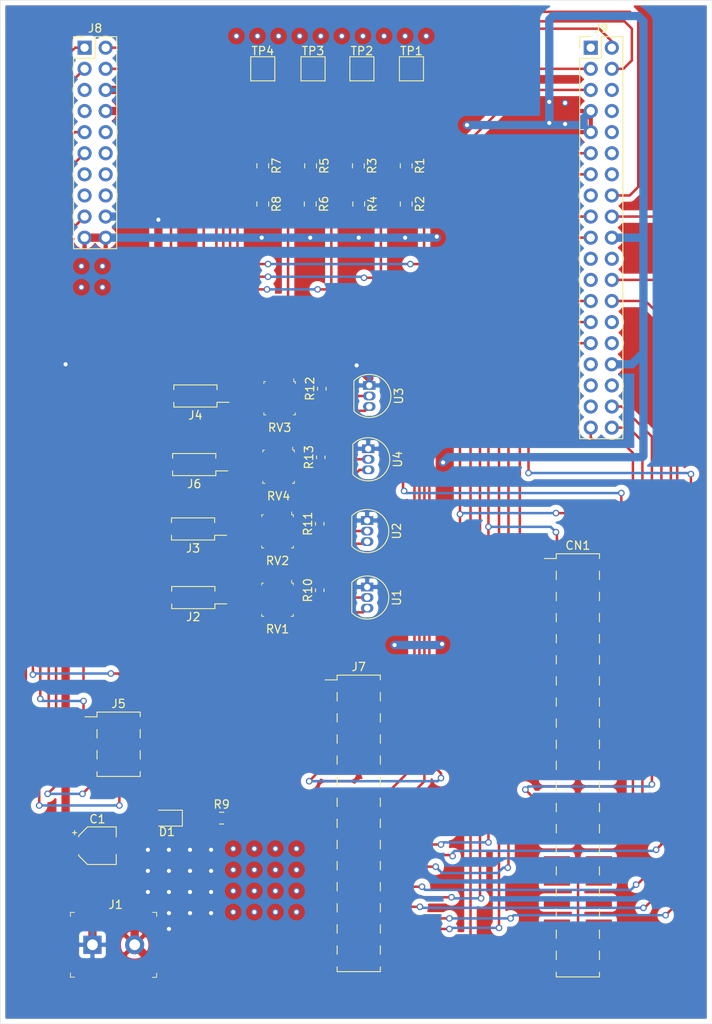
<source format=kicad_pcb>
(kicad_pcb (version 20171130) (host pcbnew "(5.1.2)-2")
  (layers (0 F.Cu signal) (31 B.Cu signal) (34 B.Paste user) (35 F.Paste user) (36 B.SilkS user) (37 F.SilkS user) (38 B.Mask user) (39 F.Mask user) (44 Edge.Cuts user))
  (net 0 "")
  (net 1 VDD)
  (net 2 GND)
  (net 3 I2C_CLK)
  (net 4 "Net-(CN1-Pad2)")
  (net 5 I2C_DATA)
  (net 6 "Net-(CN1-Pad4)")
  (net 7 "Net-(CN1-Pad5)")
  (net 8 "Net-(CN1-Pad6)")
  (net 9 "Net-(CN1-Pad7)")
  (net 10 "Net-(CN1-Pad8)")
  (net 11 "Net-(CN1-Pad9)")
  (net 12 "Net-(CN1-Pad10)")
  (net 13 "Net-(CN1-Pad11)")
  (net 14 "Net-(CN1-Pad12)")
  (net 15 "Net-(CN1-Pad13)")
  (net 16 "Net-(CN1-Pad14)")
  (net 17 "Net-(CN1-Pad15)")
  (net 18 "Net-(CN1-Pad16)")
  (net 19 "Net-(CN1-Pad17)")
  (net 20 "Net-(CN1-Pad18)")
  (net 21 EN_SUP1)
  (net 22 "Net-(CN1-Pad20)")
  (net 23 EN_SUP2)
  (net 24 "Net-(CN1-Pad22)")
  (net 25 EN_SUP3)
  (net 26 "Net-(CN1-Pad24)")
  (net 27 EN_SUP4)
  (net 28 "Net-(CN1-Pad26)")
  (net 29 EN_SUP5)
  (net 30 "Net-(CN1-Pad28)")
  (net 31 EN_SUP_REG5V)
  (net 32 "Net-(CN1-Pad30)")
  (net 33 "Net-(CN1-Pad31)")
  (net 34 "Net-(CN1-Pad32)")
  (net 35 "Net-(CN1-Pad33)")
  (net 36 "Net-(CN1-Pad34)")
  (net 37 "Net-(CN1-Pad35)")
  (net 38 "Net-(CN1-Pad36)")
  (net 39 "Net-(CN1-Pad37)")
  (net 40 "Net-(CN1-Pad38)")
  (net 41 "Net-(CN1-Pad40)")
  (net 42 PC12)
  (net 43 PD2)
  (net 44 PF6)
  (net 45 SPI_MOSI)
  (net 46 SW2_VCTRL)
  (net 47 SW1_VCTRL)
  (net 48 3v3_POW_EN)
  (net 49 SYNTH_POW_EN)
  (net 50 SPI_NSS)
  (net 51 IC_LE2)
  (net 52 SPI_MISO)
  (net 53 SPI_CLK)
  (net 54 IC_LE1)
  (net 55 IC_DATA)
  (net 56 IC_CLK)
  (net 57 "Net-(D1-Pad1)")
  (net 58 IREF2)
  (net 59 "Net-(J2-Pad1)")
  (net 60 "Net-(J3-Pad1)")
  (net 61 IREF1)
  (net 62 "Net-(J4-Pad1)")
  (net 63 IREF3)
  (net 64 IREF4)
  (net 65 "Net-(J6-Pad1)")
  (net 66 IC_DATA_1v)
  (net 67 IC_LE2_1v)
  (net 68 IC_CLK_1v)
  (net 69 IC_LE1_1v)
  (net 70 "Net-(R10-Pad1)")
  (net 71 "Net-(R10-Pad2)")
  (net 72 "Net-(R11-Pad1)")
  (net 73 "Net-(R11-Pad2)")
  (net 74 "Net-(R12-Pad2)")
  (net 75 "Net-(R12-Pad1)")
  (net 76 "Net-(R13-Pad2)")
  (net 77 "Net-(R13-Pad1)")
  (net 78 "Net-(RV1-Pad3)")
  (net 79 "Net-(RV2-Pad3)")
  (net 80 "Net-(RV3-Pad3)")
  (net 81 "Net-(RV4-Pad3)")
  (net 82 "Net-(J8-Pad16)")
  (net 83 "Net-(J8-Pad15)")
  (net 84 "Net-(J8-Pad14)")
  (net 85 "Net-(J8-Pad13)")
  (net 86 "Net-(J8-Pad12)")
  (net 87 "Net-(J8-Pad10)")
  (net 88 "Net-(J8-Pad7)")
  (net 89 "Net-(J8-Pad5)")
  (net 90 "Net-(J9-Pad35)")
  (net 91 "Net-(J9-Pad34)")
  (net 92 "Net-(J9-Pad33)")
  (net 93 "Net-(J9-Pad31)")
  (net 94 "Net-(J9-Pad30)")
  (net 95 "Net-(J9-Pad28)")
  (net 96 "Net-(J9-Pad23)")
  (net 97 "Net-(J9-Pad22)")
  (net 98 "Net-(J9-Pad21)")
  (net 99 "Net-(J9-Pad15)")
  (net 100 "Net-(J9-Pad14)")
  (net 101 "Net-(J9-Pad12)")
  (net 102 "Net-(J9-Pad10)")
  (net 103 "Net-(J9-Pad8)")
  (net 104 "Net-(J9-Pad6)")
  (net 105 "Net-(J9-Pad1)")
  (net 106 PA15)
  (net 107 PF7)
  (module Package_TO_SOT_THT:TO-92_Inline (layer F.Cu) (at -3.81 81.28 270)
    (fp_text reference U3 (at 1.27 -3.56 90) (layer F.SilkS))
    (fp_text value LM334Z)
    (pad 2 thru_hole oval (at 1.27 0 270) (size 1.05 1.5) (drill 0.75) (layers *.Cu *.Mask) (net 75 "Net-(R12-Pad1)"))
    (pad 3 thru_hole oval (at 2.54 0 270) (size 1.05 1.5) (drill 0.75) (layers *.Cu *.Mask) (net 62 "Net-(J4-Pad1)"))
    (pad 1 thru_hole rect (at 0 0 270) (size 1.05 1.5) (drill 0.75) (layers *.Cu *.Mask) (net 1 VDD))
  )
  (module Connector_PinHeader_2.54mm:PinHeader_2x19_P2.54mm_Vertical (layer F.Cu) (at 22.86 40.64)
    (fp_text reference J9 (at 1.27 -2.33) (layer F.SilkS))
    (fp_text value Conn_02x19_Odd_Even)
    (pad 38 thru_hole oval (at 2.54 45.72) (size 1.7 1.7) (drill 1) (layers *.Cu *.Mask) (net 29 EN_SUP5))
    (pad 37 thru_hole oval (at 0 45.72) (size 1.7 1.7) (drill 1) (layers *.Cu *.Mask) (net 27 EN_SUP4))
    (pad 36 thru_hole oval (at 2.54 43.18) (size 1.7 1.7) (drill 1) (layers *.Cu *.Mask) (net 25 EN_SUP3))
    (pad 35 thru_hole oval (at 0 43.18) (size 1.7 1.7) (drill 1) (layers *.Cu *.Mask) (net 90 "Net-(J9-Pad35)"))
    (pad 34 thru_hole oval (at 2.54 40.64) (size 1.7 1.7) (drill 1) (layers *.Cu *.Mask) (net 91 "Net-(J9-Pad34)"))
    (pad 33 thru_hole oval (at 0 40.64) (size 1.7 1.7) (drill 1) (layers *.Cu *.Mask) (net 92 "Net-(J9-Pad33)"))
    (pad 32 thru_hole oval (at 2.54 38.1) (size 1.7 1.7) (drill 1) (layers *.Cu *.Mask) (net 2 GND))
    (pad 31 thru_hole oval (at 0 38.1) (size 1.7 1.7) (drill 1) (layers *.Cu *.Mask) (net 93 "Net-(J9-Pad31)"))
    (pad 30 thru_hole oval (at 2.54 35.56) (size 1.7 1.7) (drill 1) (layers *.Cu *.Mask) (net 94 "Net-(J9-Pad30)"))
    (pad 29 thru_hole oval (at 0 35.56) (size 1.7 1.7) (drill 1) (layers *.Cu *.Mask) (net 45 SPI_MOSI))
    (pad 28 thru_hole oval (at 2.54 33.02) (size 1.7 1.7) (drill 1) (layers *.Cu *.Mask) (net 95 "Net-(J9-Pad28)"))
    (pad 27 thru_hole oval (at 0 33.02) (size 1.7 1.7) (drill 1) (layers *.Cu *.Mask) (net 21 EN_SUP1))
    (pad 26 thru_hole oval (at 2.54 30.48) (size 1.7 1.7) (drill 1) (layers *.Cu *.Mask) (net 46 SW2_VCTRL))
    (pad 25 thru_hole oval (at 0 30.48) (size 1.7 1.7) (drill 1) (layers *.Cu *.Mask) (net 47 SW1_VCTRL))
    (pad 24 thru_hole oval (at 2.54 27.94) (size 1.7 1.7) (drill 1) (layers *.Cu *.Mask) (net 48 3v3_POW_EN))
    (pad 23 thru_hole oval (at 0 27.94) (size 1.7 1.7) (drill 1) (layers *.Cu *.Mask) (net 96 "Net-(J9-Pad23)"))
    (pad 22 thru_hole oval (at 2.54 25.4) (size 1.7 1.7) (drill 1) (layers *.Cu *.Mask) (net 97 "Net-(J9-Pad22)"))
    (pad 21 thru_hole oval (at 0 25.4) (size 1.7 1.7) (drill 1) (layers *.Cu *.Mask) (net 98 "Net-(J9-Pad21)"))
    (pad 20 thru_hole oval (at 2.54 22.86) (size 1.7 1.7) (drill 1) (layers *.Cu *.Mask) (net 2 GND))
    (pad 19 thru_hole oval (at 0 22.86) (size 1.7 1.7) (drill 1) (layers *.Cu *.Mask) (net 49 SYNTH_POW_EN))
    (pad 18 thru_hole oval (at 2.54 20.32) (size 1.7 1.7) (drill 1) (layers *.Cu *.Mask) (net 50 SPI_NSS))
    (pad 17 thru_hole oval (at 0 20.32) (size 1.7 1.7) (drill 1) (layers *.Cu *.Mask) (net 3 I2C_CLK))
    (pad 16 thru_hole oval (at 2.54 17.78) (size 1.7 1.7) (drill 1) (layers *.Cu *.Mask) (net 51 IC_LE2))
    (pad 15 thru_hole oval (at 0 17.78) (size 1.7 1.7) (drill 1) (layers *.Cu *.Mask) (net 99 "Net-(J9-Pad15)"))
    (pad 14 thru_hole oval (at 2.54 15.24) (size 1.7 1.7) (drill 1) (layers *.Cu *.Mask) (net 100 "Net-(J9-Pad14)"))
    (pad 13 thru_hole oval (at 0 15.24) (size 1.7 1.7) (drill 1) (layers *.Cu *.Mask) (net 52 SPI_MISO))
    (pad 12 thru_hole oval (at 2.54 12.7) (size 1.7 1.7) (drill 1) (layers *.Cu *.Mask) (net 101 "Net-(J9-Pad12)"))
    (pad 11 thru_hole oval (at 0 12.7) (size 1.7 1.7) (drill 1) (layers *.Cu *.Mask) (net 53 SPI_CLK))
    (pad 10 thru_hole oval (at 2.54 10.16) (size 1.7 1.7) (drill 1) (layers *.Cu *.Mask) (net 102 "Net-(J9-Pad10)"))
    (pad 9 thru_hole oval (at 0 10.16) (size 1.7 1.7) (drill 1) (layers *.Cu *.Mask) (net 2 GND))
    (pad 8 thru_hole oval (at 2.54 7.62) (size 1.7 1.7) (drill 1) (layers *.Cu *.Mask) (net 103 "Net-(J9-Pad8)"))
    (pad 7 thru_hole oval (at 0 7.62) (size 1.7 1.7) (drill 1) (layers *.Cu *.Mask) (net 2 GND))
    (pad 6 thru_hole oval (at 2.54 5.08) (size 1.7 1.7) (drill 1) (layers *.Cu *.Mask) (net 104 "Net-(J9-Pad6)"))
    (pad 5 thru_hole oval (at 0 5.08) (size 1.7 1.7) (drill 1) (layers *.Cu *.Mask) (net 5 I2C_DATA))
    (pad 4 thru_hole oval (at 2.54 2.54) (size 1.7 1.7) (drill 1) (layers *.Cu *.Mask) (net 54 IC_LE1))
    (pad 3 thru_hole oval (at 0 2.54) (size 1.7 1.7) (drill 1) (layers *.Cu *.Mask) (net 55 IC_DATA))
    (pad 2 thru_hole oval (at 2.54 0) (size 1.7 1.7) (drill 1) (layers *.Cu *.Mask) (net 56 IC_CLK))
    (pad 1 thru_hole rect (at 0 0) (size 1.7 1.7) (drill 1) (layers *.Cu *.Mask) (net 105 "Net-(J9-Pad1)"))
  )
  (module Connector_PinHeader_2.54mm:PinHeader_2x10_P2.54mm_Vertical (layer F.Cu) (at -38.1 40.64)
    (fp_text reference J8 (at 1.27 -2.33) (layer F.SilkS))
    (fp_text value Conn_02x10_Odd_Even)
    (pad 20 thru_hole oval (at 2.54 22.86) (size 1.7 1.7) (drill 1) (layers *.Cu *.Mask) (net 2 GND))
    (pad 19 thru_hole oval (at 0 22.86) (size 1.7 1.7) (drill 1) (layers *.Cu *.Mask) (net 2 GND))
    (pad 18 thru_hole oval (at 2.54 20.32) (size 1.7 1.7) (drill 1) (layers *.Cu *.Mask) (net 1 VDD))
    (pad 17 thru_hole oval (at 0 20.32) (size 1.7 1.7) (drill 1) (layers *.Cu *.Mask) (net 106 PA15))
    (pad 16 thru_hole oval (at 2.54 17.78) (size 1.7 1.7) (drill 1) (layers *.Cu *.Mask) (net 82 "Net-(J8-Pad16)"))
    (pad 15 thru_hole oval (at 0 17.78) (size 1.7 1.7) (drill 1) (layers *.Cu *.Mask) (net 83 "Net-(J8-Pad15)"))
    (pad 14 thru_hole oval (at 2.54 15.24) (size 1.7 1.7) (drill 1) (layers *.Cu *.Mask) (net 84 "Net-(J8-Pad14)"))
    (pad 13 thru_hole oval (at 0 15.24) (size 1.7 1.7) (drill 1) (layers *.Cu *.Mask) (net 85 "Net-(J8-Pad13)"))
    (pad 12 thru_hole oval (at 2.54 12.7) (size 1.7 1.7) (drill 1) (layers *.Cu *.Mask) (net 86 "Net-(J8-Pad12)"))
    (pad 11 thru_hole oval (at 0 12.7) (size 1.7 1.7) (drill 1) (layers *.Cu *.Mask) (net 107 PF7))
    (pad 10 thru_hole oval (at 2.54 10.16) (size 1.7 1.7) (drill 1) (layers *.Cu *.Mask) (net 87 "Net-(J8-Pad10)"))
    (pad 9 thru_hole oval (at 0 10.16) (size 1.7 1.7) (drill 1) (layers *.Cu *.Mask) (net 44 PF6))
    (pad 8 thru_hole oval (at 2.54 7.62) (size 1.7 1.7) (drill 1) (layers *.Cu *.Mask) (net 2 GND))
    (pad 7 thru_hole oval (at 0 7.62) (size 1.7 1.7) (drill 1) (layers *.Cu *.Mask) (net 88 "Net-(J8-Pad7)"))
    (pad 6 thru_hole oval (at 2.54 5.08) (size 1.7 1.7) (drill 1) (layers *.Cu *.Mask) (net 1 VDD))
    (pad 5 thru_hole oval (at 0 5.08) (size 1.7 1.7) (drill 1) (layers *.Cu *.Mask) (net 89 "Net-(J8-Pad5)"))
    (pad 4 thru_hole oval (at 2.54 2.54) (size 1.7 1.7) (drill 1) (layers *.Cu *.Mask) (net 43 PD2))
    (pad 3 thru_hole oval (at 0 2.54) (size 1.7 1.7) (drill 1) (layers *.Cu *.Mask) (net 42 PC12))
    (pad 2 thru_hole oval (at 2.54 0) (size 1.7 1.7) (drill 1) (layers *.Cu *.Mask) (net 23 EN_SUP2))
    (pad 1 thru_hole rect (at 0 0) (size 1.7 1.7) (drill 1) (layers *.Cu *.Mask) (net 31 EN_SUP_REG5V))
  )
  (module Capacitor_SMD:CP_Elec_4x5.8 (layer F.Cu) (at -36.55 136.668)
    (fp_text reference C1 (at 0 -3.2) (layer F.SilkS))
    (fp_text value CP)
    (pad 1 smd roundrect (at -1.8 0) (size 2.6 1.6) (layers F.Cu F.Paste F.Mask) (roundrect_rratio 0.15625) (net 1 VDD))
    (pad 2 smd roundrect (at 1.8 0) (size 2.6 1.6) (layers F.Cu F.Paste F.Mask) (roundrect_rratio 0.15625) (net 2 GND))
  )
  (module Connector_PinHeader_2.54mm:PinHeader_2x20_P2.54mm_Vertical_SMD (layer F.Cu) (at 21.31 127)
    (fp_text reference CN1 (at 0 -26.46) (layer F.SilkS))
    (fp_text value Conn_02x20_Odd_Even)
    (pad 1 smd rect (at -2.525 -24.13) (size 3.15 1) (layers F.Cu F.Paste F.Mask) (net 3 I2C_CLK))
    (pad 2 smd rect (at 2.525 -24.13) (size 3.15 1) (layers F.Cu F.Paste F.Mask) (net 4 "Net-(CN1-Pad2)"))
    (pad 3 smd rect (at -2.525 -21.59) (size 3.15 1) (layers F.Cu F.Paste F.Mask) (net 5 I2C_DATA))
    (pad 4 smd rect (at 2.525 -21.59) (size 3.15 1) (layers F.Cu F.Paste F.Mask) (net 6 "Net-(CN1-Pad4)"))
    (pad 5 smd rect (at -2.525 -19.05) (size 3.15 1) (layers F.Cu F.Paste F.Mask) (net 7 "Net-(CN1-Pad5)"))
    (pad 6 smd rect (at 2.525 -19.05) (size 3.15 1) (layers F.Cu F.Paste F.Mask) (net 8 "Net-(CN1-Pad6)"))
    (pad 7 smd rect (at -2.525 -16.51) (size 3.15 1) (layers F.Cu F.Paste F.Mask) (net 9 "Net-(CN1-Pad7)"))
    (pad 8 smd rect (at 2.525 -16.51) (size 3.15 1) (layers F.Cu F.Paste F.Mask) (net 10 "Net-(CN1-Pad8)"))
    (pad 9 smd rect (at -2.525 -13.97) (size 3.15 1) (layers F.Cu F.Paste F.Mask) (net 11 "Net-(CN1-Pad9)"))
    (pad 10 smd rect (at 2.525 -13.97) (size 3.15 1) (layers F.Cu F.Paste F.Mask) (net 12 "Net-(CN1-Pad10)"))
    (pad 11 smd rect (at -2.525 -11.43) (size 3.15 1) (layers F.Cu F.Paste F.Mask) (net 13 "Net-(CN1-Pad11)"))
    (pad 12 smd rect (at 2.525 -11.43) (size 3.15 1) (layers F.Cu F.Paste F.Mask) (net 14 "Net-(CN1-Pad12)"))
    (pad 13 smd rect (at -2.525 -8.89) (size 3.15 1) (layers F.Cu F.Paste F.Mask) (net 15 "Net-(CN1-Pad13)"))
    (pad 14 smd rect (at 2.525 -8.89) (size 3.15 1) (layers F.Cu F.Paste F.Mask) (net 16 "Net-(CN1-Pad14)"))
    (pad 15 smd rect (at -2.525 -6.35) (size 3.15 1) (layers F.Cu F.Paste F.Mask) (net 17 "Net-(CN1-Pad15)"))
    (pad 16 smd rect (at 2.525 -6.35) (size 3.15 1) (layers F.Cu F.Paste F.Mask) (net 18 "Net-(CN1-Pad16)"))
    (pad 17 smd rect (at -2.525 -3.81) (size 3.15 1) (layers F.Cu F.Paste F.Mask) (net 19 "Net-(CN1-Pad17)"))
    (pad 18 smd rect (at 2.525 -3.81) (size 3.15 1) (layers F.Cu F.Paste F.Mask) (net 20 "Net-(CN1-Pad18)"))
    (pad 19 smd rect (at -2.525 -1.27) (size 3.15 1) (layers F.Cu F.Paste F.Mask) (net 21 EN_SUP1))
    (pad 20 smd rect (at 2.525 -1.27) (size 3.15 1) (layers F.Cu F.Paste F.Mask) (net 22 "Net-(CN1-Pad20)"))
    (pad 21 smd rect (at -2.525 1.27) (size 3.15 1) (layers F.Cu F.Paste F.Mask) (net 23 EN_SUP2))
    (pad 22 smd rect (at 2.525 1.27) (size 3.15 1) (layers F.Cu F.Paste F.Mask) (net 24 "Net-(CN1-Pad22)"))
    (pad 23 smd rect (at -2.525 3.81) (size 3.15 1) (layers F.Cu F.Paste F.Mask) (net 25 EN_SUP3))
    (pad 24 smd rect (at 2.525 3.81) (size 3.15 1) (layers F.Cu F.Paste F.Mask) (net 26 "Net-(CN1-Pad24)"))
    (pad 25 smd rect (at -2.525 6.35) (size 3.15 1) (layers F.Cu F.Paste F.Mask) (net 27 EN_SUP4))
    (pad 26 smd rect (at 2.525 6.35) (size 3.15 1) (layers F.Cu F.Paste F.Mask) (net 28 "Net-(CN1-Pad26)"))
    (pad 27 smd rect (at -2.525 8.89) (size 3.15 1) (layers F.Cu F.Paste F.Mask) (net 29 EN_SUP5))
    (pad 28 smd rect (at 2.525 8.89) (size 3.15 1) (layers F.Cu F.Paste F.Mask) (net 30 "Net-(CN1-Pad28)"))
    (pad 29 smd rect (at -2.525 11.43) (size 3.15 1) (layers F.Cu F.Paste F.Mask) (net 31 EN_SUP_REG5V))
    (pad 30 smd rect (at 2.525 11.43) (size 3.15 1) (layers F.Cu F.Paste F.Mask) (net 32 "Net-(CN1-Pad30)"))
    (pad 31 smd rect (at -2.525 13.97) (size 3.15 1) (layers F.Cu F.Paste F.Mask) (net 33 "Net-(CN1-Pad31)"))
    (pad 32 smd rect (at 2.525 13.97) (size 3.15 1) (layers F.Cu F.Paste F.Mask) (net 34 "Net-(CN1-Pad32)"))
    (pad 33 smd rect (at -2.525 16.51) (size 3.15 1) (layers F.Cu F.Paste F.Mask) (net 35 "Net-(CN1-Pad33)"))
    (pad 34 smd rect (at 2.525 16.51) (size 3.15 1) (layers F.Cu F.Paste F.Mask) (net 36 "Net-(CN1-Pad34)"))
    (pad 35 smd rect (at -2.525 19.05) (size 3.15 1) (layers F.Cu F.Paste F.Mask) (net 37 "Net-(CN1-Pad35)"))
    (pad 36 smd rect (at 2.525 19.05) (size 3.15 1) (layers F.Cu F.Paste F.Mask) (net 38 "Net-(CN1-Pad36)"))
    (pad 37 smd rect (at -2.525 21.59) (size 3.15 1) (layers F.Cu F.Paste F.Mask) (net 39 "Net-(CN1-Pad37)"))
    (pad 38 smd rect (at 2.525 21.59) (size 3.15 1) (layers F.Cu F.Paste F.Mask) (net 40 "Net-(CN1-Pad38)"))
    (pad 39 smd rect (at -2.525 24.13) (size 3.15 1) (layers F.Cu F.Paste F.Mask) (net 2 GND))
    (pad 40 smd rect (at 2.525 24.13) (size 3.15 1) (layers F.Cu F.Paste F.Mask) (net 41 "Net-(CN1-Pad40)"))
  )
  (module LED_SMD:LED_0805_2012Metric_Pad1.15x1.40mm_HandSolder (layer F.Cu) (at -28.185 133.35 180)
    (fp_text reference D1 (at 0 -1.65) (layer F.SilkS))
    (fp_text value LED)
    (pad 1 smd roundrect (at -1.025 0 180) (size 1.15 1.4) (layers F.Cu F.Paste F.Mask) (roundrect_rratio 0.217391) (net 57 "Net-(D1-Pad1)"))
    (pad 2 smd roundrect (at 1.025 0 180) (size 1.15 1.4) (layers F.Cu F.Paste F.Mask) (roundrect_rratio 0.217391) (net 1 VDD))
  )
  (module digikey-footprints:Term_Block_1x2_P5.08MM (layer F.Cu) (at -37.15 148.59)
    (fp_text reference J1 (at 2.794 -4.826) (layer F.SilkS))
    (fp_text value Screw_Terminal_01x02)
    (pad 1 thru_hole rect (at 0 0) (size 2.2 2.2) (drill 1.3) (layers *.Cu *.Mask) (net 1 VDD))
    (pad 2 thru_hole circle (at 5.08 0) (size 2.3 2.3) (drill 1.3) (layers *.Cu *.Mask) (net 2 GND))
  )
  (module Connector_PinHeader_2.54mm:PinHeader_2x01_P2.54mm_Vertical_SMD (layer F.Cu) (at -25.004 106.807 180)
    (fp_text reference J2 (at 0 -2.33) (layer F.SilkS))
    (fp_text value Conn_01x02)
    (pad 2 smd rect (at 2.525 0 180) (size 3.15 1) (layers F.Cu F.Paste F.Mask) (net 58 IREF2))
    (pad 1 smd rect (at -2.525 0 180) (size 3.15 1) (layers F.Cu F.Paste F.Mask) (net 59 "Net-(J2-Pad1)"))
  )
  (module Connector_PinHeader_2.54mm:PinHeader_2x01_P2.54mm_Vertical_SMD (layer F.Cu) (at -25.034 98.552 180)
    (fp_text reference J3 (at 0 -2.33) (layer F.SilkS))
    (fp_text value Conn_01x02)
    (pad 1 smd rect (at -2.525 0 180) (size 3.15 1) (layers F.Cu F.Paste F.Mask) (net 60 "Net-(J3-Pad1)"))
    (pad 2 smd rect (at 2.525 0 180) (size 3.15 1) (layers F.Cu F.Paste F.Mask) (net 61 IREF1))
  )
  (module Connector_PinHeader_2.54mm:PinHeader_2x01_P2.54mm_Vertical_SMD (layer F.Cu) (at -24.75 82.55 180)
    (fp_text reference J4 (at 0 -2.33) (layer F.SilkS))
    (fp_text value Conn_01x02)
    (pad 1 smd rect (at -2.525 0 180) (size 3.15 1) (layers F.Cu F.Paste F.Mask) (net 62 "Net-(J4-Pad1)"))
    (pad 2 smd rect (at 2.525 0 180) (size 3.15 1) (layers F.Cu F.Paste F.Mask) (net 63 IREF3))
  )
  (module Connector_PinHeader_2.54mm:PinHeader_2x03_P2.54mm_Vertical_SMD (layer F.Cu) (at -34 124.46)
    (fp_text reference J5 (at 0 -4.87) (layer F.SilkS))
    (fp_text value Conn_02x03_Odd_Even)
    (pad 1 smd rect (at -2.525 -2.54) (size 3.15 1) (layers F.Cu F.Paste F.Mask) (net 44 PF6))
    (pad 2 smd rect (at 2.525 -2.54) (size 3.15 1) (layers F.Cu F.Paste F.Mask) (net 43 PD2))
    (pad 3 smd rect (at -2.525 0) (size 3.15 1) (layers F.Cu F.Paste F.Mask) (net 107 PF7))
    (pad 4 smd rect (at 2.525 0) (size 3.15 1) (layers F.Cu F.Paste F.Mask) (net 42 PC12))
    (pad 5 smd rect (at -2.525 2.54) (size 3.15 1) (layers F.Cu F.Paste F.Mask) (net 106 PA15))
    (pad 6 smd rect (at 2.525 2.54) (size 3.15 1) (layers F.Cu F.Paste F.Mask) (net 2 GND))
  )
  (module Connector_PinHeader_2.54mm:PinHeader_2x01_P2.54mm_Vertical_SMD (layer F.Cu) (at -24.892 90.805 180)
    (fp_text reference J6 (at 0 -2.33) (layer F.SilkS))
    (fp_text value Conn_01x02)
    (pad 2 smd rect (at 2.525 0 180) (size 3.15 1) (layers F.Cu F.Paste F.Mask) (net 64 IREF4))
    (pad 1 smd rect (at -2.525 0 180) (size 3.15 1) (layers F.Cu F.Paste F.Mask) (net 65 "Net-(J6-Pad1)"))
  )
  (module Connector_PinHeader_2.54mm:PinHeader_2x14_P2.54mm_Vertical_SMD (layer F.Cu) (at -5.08 133.985)
    (fp_text reference J7 (at 0 -18.84) (layer F.SilkS))
    (fp_text value Conn_02x14_Odd_Even)
    (pad 1 smd rect (at -2.525 -16.51) (size 3.15 1) (layers F.Cu F.Paste F.Mask) (net 2 GND))
    (pad 2 smd rect (at 2.525 -16.51) (size 3.15 1) (layers F.Cu F.Paste F.Mask) (net 2 GND))
    (pad 3 smd rect (at -2.525 -13.97) (size 3.15 1) (layers F.Cu F.Paste F.Mask) (net 61 IREF1))
    (pad 4 smd rect (at 2.525 -13.97) (size 3.15 1) (layers F.Cu F.Paste F.Mask) (net 58 IREF2))
    (pad 5 smd rect (at -2.525 -11.43) (size 3.15 1) (layers F.Cu F.Paste F.Mask) (net 63 IREF3))
    (pad 6 smd rect (at 2.525 -11.43) (size 3.15 1) (layers F.Cu F.Paste F.Mask) (net 64 IREF4))
    (pad 7 smd rect (at -2.525 -8.89) (size 3.15 1) (layers F.Cu F.Paste F.Mask) (net 2 GND))
    (pad 8 smd rect (at 2.525 -8.89) (size 3.15 1) (layers F.Cu F.Paste F.Mask) (net 2 GND))
    (pad 9 smd rect (at -2.525 -6.35) (size 3.15 1) (layers F.Cu F.Paste F.Mask) (net 66 IC_DATA_1v))
    (pad 10 smd rect (at 2.525 -6.35) (size 3.15 1) (layers F.Cu F.Paste F.Mask) (net 67 IC_LE2_1v))
    (pad 11 smd rect (at -2.525 -3.81) (size 3.15 1) (layers F.Cu F.Paste F.Mask) (net 68 IC_CLK_1v))
    (pad 12 smd rect (at 2.525 -3.81) (size 3.15 1) (layers F.Cu F.Paste F.Mask) (net 69 IC_LE1_1v))
    (pad 13 smd rect (at -2.525 -1.27) (size 3.15 1) (layers F.Cu F.Paste F.Mask) (net 2 GND))
    (pad 14 smd rect (at 2.525 -1.27) (size 3.15 1) (layers F.Cu F.Paste F.Mask) (net 2 GND))
    (pad 15 smd rect (at -2.525 1.27) (size 3.15 1) (layers F.Cu F.Paste F.Mask) (net 3 I2C_CLK))
    (pad 16 smd rect (at 2.525 1.27) (size 3.15 1) (layers F.Cu F.Paste F.Mask) (net 5 I2C_DATA))
    (pad 17 smd rect (at -2.525 3.81) (size 3.15 1) (layers F.Cu F.Paste F.Mask) (net 47 SW1_VCTRL))
    (pad 18 smd rect (at 2.525 3.81) (size 3.15 1) (layers F.Cu F.Paste F.Mask) (net 46 SW2_VCTRL))
    (pad 19 smd rect (at -2.525 6.35) (size 3.15 1) (layers F.Cu F.Paste F.Mask) (net 2 GND))
    (pad 20 smd rect (at 2.525 6.35) (size 3.15 1) (layers F.Cu F.Paste F.Mask) (net 2 GND))
    (pad 21 smd rect (at -2.525 8.89) (size 3.15 1) (layers F.Cu F.Paste F.Mask) (net 48 3v3_POW_EN))
    (pad 22 smd rect (at 2.525 8.89) (size 3.15 1) (layers F.Cu F.Paste F.Mask) (net 52 SPI_MISO))
    (pad 23 smd rect (at -2.525 11.43) (size 3.15 1) (layers F.Cu F.Paste F.Mask) (net 50 SPI_NSS))
    (pad 24 smd rect (at 2.525 11.43) (size 3.15 1) (layers F.Cu F.Paste F.Mask) (net 45 SPI_MOSI))
    (pad 25 smd rect (at -2.525 13.97) (size 3.15 1) (layers F.Cu F.Paste F.Mask) (net 49 SYNTH_POW_EN))
    (pad 26 smd rect (at 2.525 13.97) (size 3.15 1) (layers F.Cu F.Paste F.Mask) (net 53 SPI_CLK))
    (pad 27 smd rect (at -2.525 16.51) (size 3.15 1) (layers F.Cu F.Paste F.Mask) (net 2 GND))
    (pad 28 smd rect (at 2.525 16.51) (size 3.15 1) (layers F.Cu F.Paste F.Mask) (net 2 GND))
  )
  (module Resistor_SMD:R_0805_2012Metric_Pad1.15x1.40mm_HandSolder (layer F.Cu) (at 0.635 54.855 270)
    (fp_text reference R1 (at 0 -1.65 90) (layer F.SilkS))
    (fp_text value 20K)
    (pad 2 smd roundrect (at 1.025 0 270) (size 1.15 1.4) (layers F.Cu F.Paste F.Mask) (roundrect_rratio 0.217391) (net 66 IC_DATA_1v))
    (pad 1 smd roundrect (at -1.025 0 270) (size 1.15 1.4) (layers F.Cu F.Paste F.Mask) (roundrect_rratio 0.217391) (net 55 IC_DATA))
  )
  (module Resistor_SMD:R_0805_2012Metric_Pad1.15x1.40mm_HandSolder (layer F.Cu) (at 0.635 59.445 270)
    (fp_text reference R2 (at 0 -1.65 90) (layer F.SilkS))
    (fp_text value 10K)
    (pad 1 smd roundrect (at -1.025 0 270) (size 1.15 1.4) (layers F.Cu F.Paste F.Mask) (roundrect_rratio 0.217391) (net 66 IC_DATA_1v))
    (pad 2 smd roundrect (at 1.025 0 270) (size 1.15 1.4) (layers F.Cu F.Paste F.Mask) (roundrect_rratio 0.217391) (net 2 GND))
  )
  (module Resistor_SMD:R_0805_2012Metric_Pad1.15x1.40mm_HandSolder (layer F.Cu) (at -5.122334 54.855 270)
    (fp_text reference R3 (at 0 -1.65 90) (layer F.SilkS))
    (fp_text value 20K)
    (pad 2 smd roundrect (at 1.025 0 270) (size 1.15 1.4) (layers F.Cu F.Paste F.Mask) (roundrect_rratio 0.217391) (net 68 IC_CLK_1v))
    (pad 1 smd roundrect (at -1.025 0 270) (size 1.15 1.4) (layers F.Cu F.Paste F.Mask) (roundrect_rratio 0.217391) (net 56 IC_CLK))
  )
  (module Resistor_SMD:R_0805_2012Metric_Pad1.15x1.40mm_HandSolder (layer F.Cu) (at -5.08 59.445 270)
    (fp_text reference R4 (at 0 -1.65 90) (layer F.SilkS))
    (fp_text value 10K)
    (pad 1 smd roundrect (at -1.025 0 270) (size 1.15 1.4) (layers F.Cu F.Paste F.Mask) (roundrect_rratio 0.217391) (net 68 IC_CLK_1v))
    (pad 2 smd roundrect (at 1.025 0 270) (size 1.15 1.4) (layers F.Cu F.Paste F.Mask) (roundrect_rratio 0.217391) (net 2 GND))
  )
  (module Resistor_SMD:R_0805_2012Metric_Pad1.15x1.40mm_HandSolder (layer F.Cu) (at -10.879667 54.855 270)
    (fp_text reference R5 (at 0 -1.65 90) (layer F.SilkS))
    (fp_text value 20K)
    (pad 1 smd roundrect (at -1.025 0 270) (size 1.15 1.4) (layers F.Cu F.Paste F.Mask) (roundrect_rratio 0.217391) (net 54 IC_LE1))
    (pad 2 smd roundrect (at 1.025 0 270) (size 1.15 1.4) (layers F.Cu F.Paste F.Mask) (roundrect_rratio 0.217391) (net 69 IC_LE1_1v))
  )
  (module Resistor_SMD:R_0805_2012Metric_Pad1.15x1.40mm_HandSolder (layer F.Cu) (at -10.922 59.445 270)
    (fp_text reference R6 (at 0 -1.65 90) (layer F.SilkS))
    (fp_text value 10K)
    (pad 2 smd roundrect (at 1.025 0 270) (size 1.15 1.4) (layers F.Cu F.Paste F.Mask) (roundrect_rratio 0.217391) (net 2 GND))
    (pad 1 smd roundrect (at -1.025 0 270) (size 1.15 1.4) (layers F.Cu F.Paste F.Mask) (roundrect_rratio 0.217391) (net 69 IC_LE1_1v))
  )
  (module Resistor_SMD:R_0805_2012Metric_Pad1.15x1.40mm_HandSolder (layer F.Cu) (at -16.637 54.855 270)
    (fp_text reference R7 (at 0 -1.65 90) (layer F.SilkS))
    (fp_text value 20K)
    (pad 2 smd roundrect (at 1.025 0 270) (size 1.15 1.4) (layers F.Cu F.Paste F.Mask) (roundrect_rratio 0.217391) (net 67 IC_LE2_1v))
    (pad 1 smd roundrect (at -1.025 0 270) (size 1.15 1.4) (layers F.Cu F.Paste F.Mask) (roundrect_rratio 0.217391) (net 51 IC_LE2))
  )
  (module Resistor_SMD:R_0805_2012Metric_Pad1.15x1.40mm_HandSolder (layer F.Cu) (at -16.637 59.445 270)
    (fp_text reference R8 (at 0 -1.65 90) (layer F.SilkS))
    (fp_text value 10K)
    (pad 1 smd roundrect (at -1.025 0 270) (size 1.15 1.4) (layers F.Cu F.Paste F.Mask) (roundrect_rratio 0.217391) (net 67 IC_LE2_1v))
    (pad 2 smd roundrect (at 1.025 0 270) (size 1.15 1.4) (layers F.Cu F.Paste F.Mask) (roundrect_rratio 0.217391) (net 2 GND))
  )
  (module Resistor_SMD:R_0805_2012Metric_Pad1.15x1.40mm_HandSolder (layer F.Cu) (at -21.59 133.35)
    (fp_text reference R9 (at 0 -1.65) (layer F.SilkS))
    (fp_text value R)
    (pad 1 smd roundrect (at -1.025 0) (size 1.15 1.4) (layers F.Cu F.Paste F.Mask) (roundrect_rratio 0.217391) (net 57 "Net-(D1-Pad1)"))
    (pad 2 smd roundrect (at 1.025 0) (size 1.15 1.4) (layers F.Cu F.Paste F.Mask) (roundrect_rratio 0.217391) (net 2 GND))
  )
  (module Resistor_SMD:R_0603_1608Metric_Pad1.05x0.95mm_HandSolder (layer F.Cu) (at -9.779 105.932 90)
    (fp_text reference R10 (at 0 -1.43 90) (layer F.SilkS))
    (fp_text value 100)
    (pad 1 smd roundrect (at -0.875 0 90) (size 1.05 0.95) (layers F.Cu F.Paste F.Mask) (net 70 "Net-(R10-Pad1)"))
    (pad 2 smd roundrect (at 0.875 0 90) (size 1.05 0.95) (layers F.Cu F.Paste F.Mask) (net 71 "Net-(R10-Pad2)"))
  )
  (module Resistor_SMD:R_0603_1608Metric_Pad1.05x0.95mm_HandSolder (layer F.Cu) (at -9.779 97.931 90)
    (fp_text reference R11 (at 0 -1.43 90) (layer F.SilkS))
    (fp_text value 100)
    (pad 1 smd roundrect (at -0.875 0 90) (size 1.05 0.95) (layers F.Cu F.Paste F.Mask) (net 72 "Net-(R11-Pad1)"))
    (pad 2 smd roundrect (at 0.875 0 90) (size 1.05 0.95) (layers F.Cu F.Paste F.Mask) (net 73 "Net-(R11-Pad2)"))
  )
  (module Resistor_SMD:R_0603_1608Metric_Pad1.05x0.95mm_HandSolder (layer F.Cu) (at -9.525 81.675 90)
    (fp_text reference R12 (at 0 -1.43 90) (layer F.SilkS))
    (fp_text value 100)
    (pad 2 smd roundrect (at 0.875 0 90) (size 1.05 0.95) (layers F.Cu F.Paste F.Mask) (net 74 "Net-(R12-Pad2)"))
    (pad 1 smd roundrect (at -0.875 0 90) (size 1.05 0.95) (layers F.Cu F.Paste F.Mask) (net 75 "Net-(R12-Pad1)"))
  )
  (module Resistor_SMD:R_0603_1608Metric_Pad1.05x0.95mm_HandSolder (layer F.Cu) (at -9.652 89.93 90)
    (fp_text reference R13 (at 0 -1.43 90) (layer F.SilkS))
    (fp_text value 100)
    (pad 2 smd roundrect (at 0.875 0 90) (size 1.05 0.95) (layers F.Cu F.Paste F.Mask) (net 76 "Net-(R13-Pad2)"))
    (pad 1 smd roundrect (at -0.875 0 90) (size 1.05 0.95) (layers F.Cu F.Paste F.Mask) (net 77 "Net-(R13-Pad1)"))
  )
  (module digikey-footprints:Trimpot_3.8mmx3.6mm_TC33X-2-103E (layer F.Cu) (at -14.859 107.067 180)
    (fp_text reference RV1 (at 0 -3.54) (layer F.SilkS))
    (fp_text value R_POT_TRIM)
    (pad 3 smd rect (at 1 1.8 180) (size 1.2 1.2) (layers F.Cu F.Paste F.Mask) (net 78 "Net-(RV1-Pad3)"))
    (pad 1 smd rect (at -1 1.8 180) (size 1.2 1.2) (layers F.Cu F.Paste F.Mask) (net 71 "Net-(R10-Pad2)"))
    (pad 2 smd rect (at 0 -1.45 180) (size 1.6 1.5) (layers F.Cu F.Paste F.Mask) (net 59 "Net-(J2-Pad1)"))
  )
  (module digikey-footprints:Trimpot_3.8mmx3.6mm_TC33X-2-103E (layer F.Cu) (at -14.859 98.842 180)
    (fp_text reference RV2 (at 0 -3.54) (layer F.SilkS))
    (fp_text value R_POT_TRIM)
    (pad 2 smd rect (at 0 -1.45 180) (size 1.6 1.5) (layers F.Cu F.Paste F.Mask) (net 60 "Net-(J3-Pad1)"))
    (pad 1 smd rect (at -1 1.8 180) (size 1.2 1.2) (layers F.Cu F.Paste F.Mask) (net 73 "Net-(R11-Pad2)"))
    (pad 3 smd rect (at 1 1.8 180) (size 1.2 1.2) (layers F.Cu F.Paste F.Mask) (net 79 "Net-(RV2-Pad3)"))
  )
  (module digikey-footprints:Trimpot_3.8mmx3.6mm_TC33X-2-103E (layer F.Cu) (at -14.605 82.825 180)
    (fp_text reference RV3 (at 0 -3.54) (layer F.SilkS))
    (fp_text value R_POT_TRIM)
    (pad 2 smd rect (at 0 -1.45 180) (size 1.6 1.5) (layers F.Cu F.Paste F.Mask) (net 62 "Net-(J4-Pad1)"))
    (pad 1 smd rect (at -1 1.8 180) (size 1.2 1.2) (layers F.Cu F.Paste F.Mask) (net 74 "Net-(R12-Pad2)"))
    (pad 3 smd rect (at 1 1.8 180) (size 1.2 1.2) (layers F.Cu F.Paste F.Mask) (net 80 "Net-(RV3-Pad3)"))
  )
  (module digikey-footprints:Trimpot_3.8mmx3.6mm_TC33X-2-103E (layer F.Cu) (at -14.732 91.065 180)
    (fp_text reference RV4 (at 0 -3.54) (layer F.SilkS))
    (fp_text value R_POT_TRIM)
    (pad 3 smd rect (at 1 1.8 180) (size 1.2 1.2) (layers F.Cu F.Paste F.Mask) (net 81 "Net-(RV4-Pad3)"))
    (pad 1 smd rect (at -1 1.8 180) (size 1.2 1.2) (layers F.Cu F.Paste F.Mask) (net 76 "Net-(R13-Pad2)"))
    (pad 2 smd rect (at 0 -1.45 180) (size 1.6 1.5) (layers F.Cu F.Paste F.Mask) (net 65 "Net-(J6-Pad1)"))
  )
  (module TestPoint:TestPoint_Pad_2.5x2.5mm (layer F.Cu) (at 1.27 43.18)
    (fp_text reference TP1 (at 0 -2.148) (layer F.SilkS))
    (fp_text value TestPoint)
    (pad 1 smd rect (at 0 0) (size 2.5 2.5) (layers F.Cu F.Mask) (net 66 IC_DATA_1v))
  )
  (module TestPoint:TestPoint_Pad_2.5x2.5mm (layer F.Cu) (at -4.699 43.18)
    (fp_text reference TP2 (at 0 -2.148) (layer F.SilkS))
    (fp_text value TestPoint)
    (pad 1 smd rect (at 0 0) (size 2.5 2.5) (layers F.Cu F.Mask) (net 68 IC_CLK_1v))
  )
  (module TestPoint:TestPoint_Pad_2.5x2.5mm (layer F.Cu) (at -10.583334 43.18)
    (fp_text reference TP3 (at 0 -2.148) (layer F.SilkS))
    (fp_text value TestPoint)
    (pad 1 smd rect (at 0 0) (size 2.5 2.5) (layers F.Cu F.Mask) (net 69 IC_LE1_1v))
  )
  (module TestPoint:TestPoint_Pad_2.5x2.5mm (layer F.Cu) (at -16.637 43.18)
    (fp_text reference TP4 (at 0 -2.148) (layer F.SilkS))
    (fp_text value TestPoint)
    (pad 1 smd rect (at 0 0) (size 2.5 2.5) (layers F.Cu F.Mask) (net 67 IC_LE2_1v))
  )
  (module Package_TO_SOT_THT:TO-92_Inline (layer F.Cu) (at -4.064 105.537 270)
    (fp_text reference U1 (at 1.27 -3.56 90) (layer F.SilkS))
    (fp_text value LM334Z)
    (pad 1 thru_hole rect (at 0 0 270) (size 1.05 1.5) (drill 0.75) (layers *.Cu *.Mask) (net 1 VDD))
    (pad 3 thru_hole oval (at 2.54 0 270) (size 1.05 1.5) (drill 0.75) (layers *.Cu *.Mask) (net 59 "Net-(J2-Pad1)"))
    (pad 2 thru_hole oval (at 1.27 0 270) (size 1.05 1.5) (drill 0.75) (layers *.Cu *.Mask) (net 70 "Net-(R10-Pad1)"))
  )
  (module Package_TO_SOT_THT:TO-92_Inline (layer F.Cu) (at -4.064 97.536 270)
    (fp_text reference U2 (at 1.27 -3.56 90) (layer F.SilkS))
    (fp_text value LM334Z)
    (pad 2 thru_hole oval (at 1.27 0 270) (size 1.05 1.5) (drill 0.75) (layers *.Cu *.Mask) (net 72 "Net-(R11-Pad1)"))
    (pad 3 thru_hole oval (at 2.54 0 270) (size 1.05 1.5) (drill 0.75) (layers *.Cu *.Mask) (net 60 "Net-(J3-Pad1)"))
    (pad 1 thru_hole rect (at 0 0 270) (size 1.05 1.5) (drill 0.75) (layers *.Cu *.Mask) (net 1 VDD))
  )
  (module Package_TO_SOT_THT:TO-92_Inline (layer F.Cu) (at -3.937 88.9 270)
    (fp_text reference U4 (at 1.27 -3.56 90) (layer F.SilkS))
    (fp_text value LM334Z)
    (pad 1 thru_hole rect (at 0 0 270) (size 1.05 1.5) (drill 0.75) (layers *.Cu *.Mask) (net 1 VDD))
    (pad 3 thru_hole oval (at 2.54 0 270) (size 1.05 1.5) (drill 0.75) (layers *.Cu *.Mask) (net 65 "Net-(J6-Pad1)"))
    (pad 2 thru_hole oval (at 1.27 0 270) (size 1.05 1.5) (drill 0.75) (layers *.Cu *.Mask) (net 77 "Net-(R13-Pad1)"))
  )
  (gr_line (start -48.26 34.925) (end -48.26 38.354) (layer Edge.Cuts) (width 0.05))
  (gr_line (start 37.465 34.925) (end -48.26 34.925) (layer Edge.Cuts) (width 0.05))
  (gr_line (start 37.465 158.115) (end 37.465 34.925) (layer Edge.Cuts) (width 0.05))
  (gr_line (start -48.26 158.115) (end 37.465 158.115) (layer Edge.Cuts) (width 0.05))
  (gr_line (start -48.26 38.354) (end -48.26 158.115) (layer Edge.Cuts) (width 0.05))
  (segment (start -37.15 148.59) (end -37.15 143.825) (width 1) (layer F.Cu) (net 1))
  (segment (start -37.15 143.825) (end -38.1 142.875) (width 1) (layer F.Cu) (net 1))
  (segment (start -38.1 142.875) (end -38.735 142.24) (width 1) (layer F.Cu) (net 1))
  (segment (start -38.735 137.053) (end -38.735 142.24) (width 1) (layer F.Cu) (net 1))
  (segment (start -38.35 136.668) (end -38.735 137.053) (width 1) (layer F.Cu) (net 1))
  (segment (start -4.064 97.536) (end -2.286 97.536) (width 0.3) (layer F.Cu) (net 1))
  (segment (start -2.286 88.9) (end -2.286 97.536) (width 0.3) (layer F.Cu) (net 1))
  (segment (start -3.937 88.9) (end -2.286 88.9) (width 0.3) (layer F.Cu) (net 1))
  (segment (start -2.286 81.534) (end -2.286 88.9) (width 0.3) (layer F.Cu) (net 1))
  (segment (start -3.81 81.28) (end -2.54 81.28) (width 0.3) (layer F.Cu) (net 1))
  (segment (start -2.54 81.28) (end -2.286 81.534) (width 0.3) (layer F.Cu) (net 1))
  (segment (start -2.794 105.537) (end -4.064 105.537) (width 0.3) (layer F.Cu) (net 1))
  (segment (start -2.286 97.536) (end -2.286 105.029) (width 0.3) (layer F.Cu) (net 1))
  (segment (start -2.286 105.029) (end -2.794 105.537) (width 0.3) (layer F.Cu) (net 1))
  (segment (start -33.147 60.96) (end -29.591 60.96) (width 1) (layer B.Cu) (net 1))
  (segment (start -29.21 61.341) (end -29.21 61.341092) (width 0.3) (layer B.Cu) (net 1))
  (segment (start -29.591 60.96) (end -29.21 61.341) (width 0.3) (layer B.Cu) (net 1))
  (via (at -29.21 61.341092) (size 0.8) (drill 0.5) (layers F.Cu B.Cu) (net 1))
  (segment (start -33.147 60.96) (end -35.56 60.96) (width 1) (layer B.Cu) (net 1))
  (segment (start -29.21 60.775407) (end -29.21 61.341092) (width 1) (layer F.Cu) (net 1))
  (segment (start -29.21 50.038) (end -29.21 60.775407) (width 1) (layer F.Cu) (net 1))
  (segment (start -35.56 45.72) (end -33.528 45.72) (width 1) (layer F.Cu) (net 1))
  (segment (start -33.528 45.72) (end -29.21 50.038) (width 1) (layer F.Cu) (net 1))
  (segment (start -38.735 136.283) (end -38.35 136.668) (width 0.3) (layer F.Cu) (net 1))
  (segment (start -38.735 134.493) (end -38.735 136.283) (width 0.3) (layer F.Cu) (net 1))
  (segment (start -29.21 133.35) (end -37.592 133.35) (width 0.3) (layer F.Cu) (net 1))
  (segment (start -37.592 133.35) (end -38.735 134.493) (width 0.3) (layer F.Cu) (net 1))
  (segment (start -40.37 136.668) (end -38.35 136.668) (width 1) (layer F.Cu) (net 1))
  (segment (start -40.386 136.652) (end -40.37 136.668) (width 1) (layer F.Cu) (net 1))
  (segment (start -29.21 61.341092) (end -29.21 66.675) (width 1) (layer F.Cu) (net 1))
  (segment (start -29.21 66.675) (end -40.386 77.851) (width 1) (layer F.Cu) (net 1))
  (via (at -5.334 78.867) (size 0.8) (drill 0.5) (layers F.Cu B.Cu) (net 1))
  (via (at -40.386 78.74) (size 0.8) (drill 0.5) (layers F.Cu B.Cu) (net 1))
  (segment (start -40.259 78.867) (end -40.386 78.74) (width 0.3) (layer B.Cu) (net 1))
  (segment (start -5.334 78.867) (end -40.259 78.867) (width 1) (layer B.Cu) (net 1))
  (segment (start -40.386 77.851) (end -40.386 78.74) (width 1) (layer F.Cu) (net 1))
  (segment (start -40.386 78.74) (end -40.386 136.652) (width 1) (layer F.Cu) (net 1))
  (segment (start -4.699 79.502) (end -5.334 78.867) (width 1) (layer F.Cu) (net 1))
  (segment (start -3.81 81.28) (end -3.81 80.391) (width 0.3) (layer F.Cu) (net 1))
  (segment (start -3.81 80.391) (end -4.699 79.502) (width 1) (layer F.Cu) (net 1))
  (segment (start -34.75 136.668) (end -32.877 136.668) (width 1) (layer F.Cu) (net 2))
  (segment (start -32.07 137.475) (end -32.07 148.59) (width 1) (layer F.Cu) (net 2))
  (segment (start -32.877 136.668) (end -32.07 137.475) (width 1) (layer F.Cu) (net 2))
  (segment (start -7.605 117.475) (end -2.555 117.475) (width 0.3) (layer F.Cu) (net 2))
  (segment (start -7.605 125.095) (end -2.555 125.095) (width 0.3) (layer F.Cu) (net 2))
  (segment (start -7.605 132.715) (end -2.555 132.715) (width 0.3) (layer F.Cu) (net 2))
  (segment (start -7.605 140.335) (end -2.555 140.335) (width 0.3) (layer F.Cu) (net 2))
  (segment (start -7.605 150.495) (end -2.555 150.495) (width 1) (layer F.Cu) (net 2))
  (segment (start -2.555 150.495) (end 14.605 150.495) (width 1) (layer F.Cu) (net 2))
  (segment (start 14.605 150.495) (end 15.24 151.13) (width 1) (layer F.Cu) (net 2))
  (segment (start -30.165 150.495) (end -32.07 148.59) (width 1) (layer F.Cu) (net 2))
  (segment (start 15.24 151.13) (end 18.785 151.13) (width 1) (layer F.Cu) (net 2))
  (segment (start -38.1 63.5) (end -35.56 63.5) (width 1) (layer F.Cu) (net 2))
  (segment (start -7.605 150.495) (end -12.192 150.495) (width 1) (layer F.Cu) (net 2))
  (segment (start -12.192 150.495) (end -30.165 150.495) (width 1) (layer F.Cu) (net 2))
  (segment (start -12.573 150.114) (end -12.192 150.495) (width 0.3) (layer F.Cu) (net 2))
  (segment (start -12.573 140.716) (end -12.573 150.114) (width 0.3) (layer F.Cu) (net 2))
  (segment (start -12.573 140.335) (end -12.573 140.716) (width 0.3) (layer F.Cu) (net 2))
  (segment (start -7.605 140.335) (end -12.573 140.335) (width 0.3) (layer F.Cu) (net 2))
  (segment (start -7.605 132.715) (end -12.827 132.715) (width 0.3) (layer F.Cu) (net 2))
  (segment (start -12.573 132.715) (end -12.573 140.716) (width 0.3) (layer F.Cu) (net 2))
  (segment (start -12.827 132.715) (end -12.573 132.715) (width 0.3) (layer F.Cu) (net 2))
  (segment (start -12.573 127.254) (end -12.573 132.715) (width 0.3) (layer F.Cu) (net 2))
  (segment (start -7.605 125.095) (end -10.414 125.095) (width 0.3) (layer F.Cu) (net 2))
  (segment (start -10.414 125.095) (end -12.573 127.254) (width 0.3) (layer F.Cu) (net 2))
  (segment (start -0.889 125.095) (end -2.555 125.095) (width 0.3) (layer F.Cu) (net 2))
  (segment (start 0.127 124.079) (end -0.889 125.095) (width 0.3) (layer F.Cu) (net 2))
  (segment (start 0.127 118.237) (end 0.127 124.079) (width 0.3) (layer F.Cu) (net 2))
  (segment (start -2.555 117.475) (end -0.635 117.475) (width 0.3) (layer F.Cu) (net 2))
  (segment (start -0.635 117.475) (end 0.127 118.237) (width 0.3) (layer F.Cu) (net 2))
  (segment (start -34.357919 63.5) (end -35.56 63.5) (width 1) (layer F.Cu) (net 2))
  (segment (start -33.02 63.5) (end -34.357919 63.5) (width 1) (layer F.Cu) (net 2))
  (segment (start -31.14501 61.62501) (end -33.02 63.5) (width 1) (layer F.Cu) (net 2))
  (segment (start -31.14501 50.89699) (end -31.14501 61.62501) (width 1) (layer F.Cu) (net 2))
  (segment (start -35.56 48.26) (end -33.782 48.26) (width 1) (layer F.Cu) (net 2))
  (segment (start -33.782 48.26) (end -31.14501 50.89699) (width 1) (layer F.Cu) (net 2))
  (via (at 0.508 63.5) (size 0.8) (drill 0.5) (layers F.Cu B.Cu) (net 2))
  (segment (start 0.508 60.597) (end 0.635 60.47) (width 0.3) (layer F.Cu) (net 2))
  (segment (start 0.508 63.5) (end 0.508 60.597) (width 0.3) (layer F.Cu) (net 2))
  (segment (start 22.86 50.8) (end 22.010001 49.950001) (width 0.3) (layer B.Cu) (net 2))
  (via (at 7.961999 49.950001) (size 0.8) (drill 0.5) (layers F.Cu B.Cu) (net 2))
  (via (at 4.318 63.373) (size 0.8) (drill 0.5) (layers F.Cu B.Cu) (net 2))
  (segment (start 7.961999 49.950001) (end 4.318 53.594) (width 0.3) (layer F.Cu) (net 2))
  (segment (start 4.318 53.594) (end 4.318 63.373) (width 0.3) (layer F.Cu) (net 2))
  (segment (start 0.635 63.373) (end 0.508 63.5) (width 0.3) (layer B.Cu) (net 2))
  (segment (start 4.318 63.5) (end 0.635 63.5) (width 1) (layer B.Cu) (net 2))
  (via (at -5.08 63.5) (size 0.8) (drill 0.5) (layers F.Cu B.Cu) (net 2))
  (segment (start -5.08 60.47) (end -5.08 63.5) (width 0.3) (layer F.Cu) (net 2))
  (segment (start -5.08 63.5) (end 0.508 63.5) (width 1) (layer B.Cu) (net 2))
  (via (at -10.922 63.5) (size 0.8) (drill 0.5) (layers F.Cu B.Cu) (net 2))
  (segment (start -10.922 60.47) (end -10.922 63.5) (width 0.3) (layer F.Cu) (net 2))
  (segment (start -10.922 63.5) (end -5.08 63.5) (width 1) (layer B.Cu) (net 2))
  (via (at -16.764 63.5) (size 0.8) (drill 0.5) (layers F.Cu B.Cu) (net 2))
  (segment (start -16.637 63.373) (end -16.764 63.5) (width 0.3) (layer F.Cu) (net 2))
  (segment (start -16.637 60.47) (end -16.637 63.373) (width 0.3) (layer F.Cu) (net 2))
  (segment (start -35.56 63.5) (end -16.764 63.5) (width 1) (layer B.Cu) (net 2))
  (segment (start -16.764 63.5) (end -10.922 63.5) (width 1) (layer B.Cu) (net 2))
  (segment (start -19.93 132.715) (end -12.827 132.715) (width 0.3) (layer F.Cu) (net 2))
  (segment (start -20.565 133.35) (end -19.93 132.715) (width 0.3) (layer F.Cu) (net 2))
  (segment (start -31.475 127) (end -21.971 127) (width 0.3) (layer F.Cu) (net 2))
  (segment (start -20.565 128.406) (end -20.565 133.35) (width 0.3) (layer F.Cu) (net 2))
  (segment (start -21.971 127) (end -20.565 128.406) (width 0.3) (layer F.Cu) (net 2))
  (segment (start 17.867999 49.950001) (end 7.961999 49.950001) (width 1) (layer B.Cu) (net 2))
  (segment (start 22.010001 49.950001) (end 17.867999 49.950001) (width 1) (layer B.Cu) (net 2))
  (segment (start 27.813 78.74) (end 25.4 78.74) (width 1) (layer B.Cu) (net 2))
  (segment (start 29.21 77.343) (end 27.813 78.74) (width 1) (layer B.Cu) (net 2))
  (segment (start 29.083 63.5) (end 29.21 63.373) (width 0.3) (layer B.Cu) (net 2))
  (segment (start 25.4 63.5) (end 29.083 63.5) (width 1) (layer B.Cu) (net 2))
  (segment (start 29.21 63.373) (end 29.21 77.343) (width 1) (layer B.Cu) (net 2))
  (via (at -0.762 112.522) (size 0.8) (drill 0.5) (layers F.Cu B.Cu) (net 2))
  (segment (start -2.555 117.475) (end -2.555 114.315) (width 1) (layer F.Cu) (net 2))
  (segment (start -2.555 114.315) (end -0.762 112.522) (width 1) (layer F.Cu) (net 2))
  (via (at 4.953 112.395) (size 0.8) (drill 0.5) (layers F.Cu B.Cu) (net 2))
  (segment (start -0.762 112.522) (end 4.826 112.522) (width 1) (layer B.Cu) (net 2))
  (segment (start 4.826 112.522) (end 4.953 112.395) (width 0.3) (layer B.Cu) (net 2))
  (via (at 5.08 90.551) (size 0.8) (drill 0.5) (layers F.Cu B.Cu) (net 2))
  (segment (start 4.953 112.395) (end 4.953 90.678) (width 1) (layer F.Cu) (net 2))
  (segment (start 4.953 90.678) (end 5.08 90.551) (width 0.3) (layer F.Cu) (net 2))
  (segment (start 5.08 90.551) (end 5.715 89.916) (width 1) (layer B.Cu) (net 2))
  (segment (start 5.715 89.916) (end 29.083 89.916) (width 1) (layer B.Cu) (net 2))
  (segment (start 29.21 89.789) (end 29.21 77.343) (width 1) (layer B.Cu) (net 2))
  (segment (start 29.083 89.916) (end 29.21 89.789) (width 0.3) (layer B.Cu) (net 2))
  (segment (start 29.21 37.465) (end 29.21 63.373) (width 1) (layer B.Cu) (net 2))
  (segment (start 28.575 36.83) (end 29.21 37.465) (width 1) (layer B.Cu) (net 2))
  (segment (start 18.288 36.83) (end 28.575 36.83) (width 1) (layer B.Cu) (net 2))
  (segment (start 17.867999 49.950001) (end 17.867999 47.156001) (width 1) (layer B.Cu) (net 2))
  (segment (start 17.867999 37.250001) (end 18.288 36.83) (width 1) (layer B.Cu) (net 2))
  (via (at -38.481 66.929) (size 0.8) (drill 0.5) (layers F.Cu B.Cu) (net 2))
  (via (at -35.941 66.929) (size 0.8) (drill 0.5) (layers F.Cu B.Cu) (net 2))
  (via (at -38.481 69.469) (size 0.8) (drill 0.5) (layers F.Cu B.Cu) (net 2))
  (via (at -35.941 69.469) (size 0.8) (drill 0.5) (layers F.Cu B.Cu) (net 2))
  (via (at -19.812 39.243) (size 0.8) (drill 0.5) (layers F.Cu B.Cu) (net 2))
  (via (at -17.272 39.243) (size 0.8) (drill 0.5) (layers F.Cu B.Cu) (net 2))
  (via (at -14.732 39.243) (size 0.8) (drill 0.5) (layers F.Cu B.Cu) (net 2))
  (via (at -12.192 39.243) (size 0.8) (drill 0.5) (layers F.Cu B.Cu) (net 2))
  (via (at -9.652 39.243) (size 0.8) (drill 0.5) (layers F.Cu B.Cu) (net 2))
  (via (at -7.112 39.243) (size 0.8) (drill 0.5) (layers F.Cu B.Cu) (net 2))
  (via (at -4.572 39.243) (size 0.8) (drill 0.5) (layers F.Cu B.Cu) (net 2))
  (via (at -2.032 39.243) (size 0.8) (drill 0.5) (layers F.Cu B.Cu) (net 2))
  (via (at 0.508 39.243) (size 0.8) (drill 0.5) (layers F.Cu B.Cu) (net 2))
  (via (at 3.048 39.243) (size 0.8) (drill 0.5) (layers F.Cu B.Cu) (net 2))
  (via (at -20.193 137.033) (size 0.8) (drill 0.5) (layers F.Cu B.Cu) (net 2))
  (via (at -17.653 137.033) (size 0.8) (drill 0.5) (layers F.Cu B.Cu) (net 2))
  (via (at -15.113 137.033) (size 0.8) (drill 0.5) (layers F.Cu B.Cu) (net 2))
  (via (at -12.573 137.033) (size 0.8) (drill 0.5) (layers F.Cu B.Cu) (net 2))
  (via (at -20.193 139.573) (size 0.8) (drill 0.5) (layers F.Cu B.Cu) (net 2))
  (via (at -17.653 139.573) (size 0.8) (drill 0.5) (layers F.Cu B.Cu) (net 2))
  (via (at -15.113 139.573) (size 0.8) (drill 0.5) (layers F.Cu B.Cu) (net 2))
  (via (at -12.573 139.573) (size 0.8) (drill 0.5) (layers F.Cu B.Cu) (net 2))
  (via (at -20.193 142.113) (size 0.8) (drill 0.5) (layers F.Cu B.Cu) (net 2))
  (via (at -17.653 142.113) (size 0.8) (drill 0.5) (layers F.Cu B.Cu) (net 2))
  (via (at -15.113 142.113) (size 0.8) (drill 0.5) (layers F.Cu B.Cu) (net 2))
  (via (at -12.573 142.113) (size 0.8) (drill 0.5) (layers F.Cu B.Cu) (net 2))
  (via (at -20.193 144.653) (size 0.8) (drill 0.5) (layers F.Cu B.Cu) (net 2))
  (via (at -17.653 144.653) (size 0.8) (drill 0.5) (layers F.Cu B.Cu) (net 2))
  (via (at -15.113 144.653) (size 0.8) (drill 0.5) (layers F.Cu B.Cu) (net 2))
  (via (at -12.573 144.653) (size 0.8) (drill 0.5) (layers F.Cu B.Cu) (net 2))
  (via (at -30.48 137.16) (size 0.8) (drill 0.5) (layers F.Cu B.Cu) (net 1))
  (via (at -27.94 137.16) (size 0.8) (drill 0.5) (layers F.Cu B.Cu) (net 1))
  (via (at -25.4 137.16) (size 0.8) (drill 0.5) (layers F.Cu B.Cu) (net 1))
  (via (at -22.86 137.16) (size 0.8) (drill 0.5) (layers F.Cu B.Cu) (net 1))
  (via (at -30.48 139.7) (size 0.8) (drill 0.5) (layers F.Cu B.Cu) (net 1))
  (via (at -27.94 139.7) (size 0.8) (drill 0.5) (layers F.Cu B.Cu) (net 1))
  (via (at -25.4 139.7) (size 0.8) (drill 0.5) (layers F.Cu B.Cu) (net 1))
  (via (at -22.86 139.7) (size 0.8) (drill 0.5) (layers F.Cu B.Cu) (net 1))
  (via (at -30.48 142.24) (size 0.8) (drill 0.5) (layers F.Cu B.Cu) (net 1))
  (via (at -27.94 142.24) (size 0.8) (drill 0.5) (layers F.Cu B.Cu) (net 1))
  (via (at -25.4 142.24) (size 0.8) (drill 0.5) (layers F.Cu B.Cu) (net 1))
  (via (at -22.86 142.24) (size 0.8) (drill 0.5) (layers F.Cu B.Cu) (net 1))
  (via (at -27.94 146.685) (size 0.8) (drill 0.5) (layers F.Cu B.Cu) (net 1))
  (via (at -27.94 144.78) (size 0.8) (drill 0.5) (layers F.Cu B.Cu) (net 1))
  (via (at -25.4 144.78) (size 0.8) (drill 0.5) (layers F.Cu B.Cu) (net 1))
  (via (at -22.86 144.78) (size 0.8) (drill 0.5) (layers F.Cu B.Cu) (net 1))
  (segment (start 22.010001 49.109999) (end 22.86 48.26) (width 1) (layer B.Cu) (net 2))
  (segment (start 22.010001 49.950001) (end 22.010001 49.109999) (width 1) (layer B.Cu) (net 2))
  (segment (start 17.867999 47.156001) (end 17.867999 37.250001) (width 1) (layer B.Cu) (net 2))
  (via (at 17.867999 47.156001) (size 0.8) (drill 0.5) (layers F.Cu B.Cu) (net 2))
  (via (at 19.772999 47.283001) (size 0.8) (drill 0.5) (layers F.Cu B.Cu) (net 2))
  (via (at 17.867999 49.696001) (size 0.8) (drill 0.5) (layers F.Cu B.Cu) (net 2))
  (via (at 19.772999 49.823001) (size 0.8) (drill 0.5) (layers F.Cu B.Cu) (net 2))
  (segment (start -7.605 135.255) (end -5.73 135.255) (width 0.3) (layer F.Cu) (net 3))
  (segment (start 11.557 60.96) (end 10.541 61.976) (width 0.3) (layer F.Cu) (net 3))
  (segment (start 22.86 60.96) (end 11.557 60.96) (width 0.3) (layer F.Cu) (net 3))
  (via (at 18.669 98.933) (size 0.8) (drill 0.5) (layers F.Cu B.Cu) (net 3))
  (segment (start 18.785 102.87) (end 18.785 99.049) (width 0.3) (layer F.Cu) (net 3))
  (segment (start 18.785 99.049) (end 18.669 98.933) (width 0.3) (layer F.Cu) (net 3))
  (via (at 10.541 98.298) (size 0.8) (drill 0.5) (layers F.Cu B.Cu) (net 3))
  (segment (start 18.034 98.298) (end 10.541 98.298) (width 0.3) (layer B.Cu) (net 3))
  (segment (start 18.669 98.933) (end 18.034 98.298) (width 0.3) (layer B.Cu) (net 3))
  (segment (start 10.541 61.976) (end 10.541 98.298) (width 0.3) (layer F.Cu) (net 3))
  (segment (start 10.541 98.298) (end 10.541 129.921) (width 0.3) (layer F.Cu) (net 3))
  (segment (start -5.73 135.255) (end -4.46 136.525) (width 0.3) (layer F.Cu) (net 3))
  (segment (start 10.541 132.969) (end 10.541 129.921) (width 0.3) (layer F.Cu) (net 3))
  (via (at 10.541 136.271) (size 0.8) (drill 0.5) (layers F.Cu B.Cu) (net 3))
  (segment (start 10.541 132.969) (end 10.541 136.271) (width 0.3) (layer F.Cu) (net 3))
  (via (at 4.826 136.525) (size 0.8) (drill 0.5) (layers F.Cu B.Cu) (net 3))
  (segment (start 5.08 136.271) (end 4.826 136.525) (width 0.3) (layer B.Cu) (net 3))
  (segment (start 10.541 136.271) (end 5.08 136.271) (width 0.3) (layer B.Cu) (net 3))
  (segment (start -4.46 136.525) (end 4.826 136.525) (width 0.3) (layer F.Cu) (net 3))
  (segment (start 22.86 45.72) (end 14.351 45.72) (width 0.3) (layer F.Cu) (net 5))
  (segment (start 14.351 45.72) (end 7.112 52.959) (width 0.3) (layer F.Cu) (net 5))
  (segment (start 20.66 105.41) (end 21.336 104.734) (width 0.3) (layer F.Cu) (net 5))
  (segment (start 18.785 105.41) (end 20.66 105.41) (width 0.3) (layer F.Cu) (net 5))
  (segment (start 21.336 104.734) (end 21.336 97.536) (width 0.3) (layer F.Cu) (net 5))
  (via (at 18.669 96.647) (size 0.8) (drill 0.5) (layers F.Cu B.Cu) (net 5))
  (segment (start 21.336 97.536) (end 20.447 96.647) (width 0.3) (layer F.Cu) (net 5))
  (segment (start 20.447 96.647) (end 18.669 96.647) (width 0.3) (layer F.Cu) (net 5))
  (via (at 7.112 96.774) (size 0.8) (drill 0.5) (layers F.Cu B.Cu) (net 5))
  (segment (start 7.239 96.647) (end 7.112 96.774) (width 0.3) (layer B.Cu) (net 5))
  (segment (start 18.669 96.647) (end 7.239 96.647) (width 0.3) (layer B.Cu) (net 5))
  (segment (start 7.112 52.959) (end 7.112 96.774) (width 0.3) (layer F.Cu) (net 5))
  (segment (start 7.112 133.985) (end 5.842 135.255) (width 0.3) (layer F.Cu) (net 5))
  (segment (start 7.112 96.774) (end 7.112 133.985) (width 0.3) (layer F.Cu) (net 5))
  (segment (start -2.555 135.255) (end 5.842 135.255) (width 0.3) (layer F.Cu) (net 5))
  (segment (start 14.53502 125.73) (end 18.785 125.73) (width 0.3) (layer F.Cu) (net 21))
  (segment (start 14.31601 125.51099) (end 14.53502 125.73) (width 0.3) (layer F.Cu) (net 21))
  (segment (start 14.31601 78.77499) (end 14.31601 125.51099) (width 0.3) (layer F.Cu) (net 21))
  (segment (start 22.86 73.66) (end 19.431 73.66) (width 0.3) (layer F.Cu) (net 21))
  (segment (start 19.431 73.66) (end 14.31601 78.77499) (width 0.3) (layer F.Cu) (net 21))
  (via (at 26.543 94.234) (size 0.8) (drill 0.5) (layers F.Cu B.Cu) (net 23))
  (via (at 0.381 93.98) (size 0.8) (drill 0.5) (layers F.Cu B.Cu) (net 23))
  (segment (start 0.635 94.234) (end 0.381 93.98) (width 0.3) (layer B.Cu) (net 23))
  (segment (start 26.543 94.234) (end 0.635 94.234) (width 0.3) (layer B.Cu) (net 23))
  (segment (start -33.909 40.64) (end -35.56 40.64) (width 0.3) (layer F.Cu) (net 23))
  (segment (start -23.749 50.8) (end -33.909 40.64) (width 0.3) (layer F.Cu) (net 23))
  (segment (start 0.254 93.853) (end 0.254 77.851) (width 0.3) (layer F.Cu) (net 23))
  (segment (start 0.381 93.98) (end 0.254 93.853) (width 0.3) (layer F.Cu) (net 23))
  (segment (start 0.254 77.851) (end -1.27 76.327) (width 0.3) (layer F.Cu) (net 23))
  (segment (start -1.27 76.327) (end -15.367 76.327) (width 0.3) (layer F.Cu) (net 23))
  (segment (start -15.367 76.327) (end -23.749 67.945) (width 0.3) (layer F.Cu) (net 23))
  (segment (start -23.749 67.945) (end -23.749 50.8) (width 0.3) (layer F.Cu) (net 23))
  (segment (start 26.543 105.918) (end 26.543 94.234) (width 0.3) (layer F.Cu) (net 23))
  (segment (start 19.86 128.27) (end 21.336 126.794) (width 0.3) (layer F.Cu) (net 23))
  (segment (start 18.785 128.27) (end 19.86 128.27) (width 0.3) (layer F.Cu) (net 23))
  (segment (start 21.336 126.794) (end 21.336 106.924) (width 0.3) (layer F.Cu) (net 23))
  (segment (start 21.336 106.924) (end 21.58 106.68) (width 0.3) (layer F.Cu) (net 23))
  (segment (start 21.58 106.68) (end 25.781 106.68) (width 0.3) (layer F.Cu) (net 23))
  (segment (start 25.781 106.68) (end 26.543 105.918) (width 0.3) (layer F.Cu) (net 23))
  (segment (start 26.602081 83.82) (end 30.226 87.443919) (width 0.3) (layer F.Cu) (net 25))
  (segment (start 30.226 128.720315) (end 30.226 129.286) (width 0.3) (layer F.Cu) (net 25))
  (segment (start 25.4 83.82) (end 26.602081 83.82) (width 0.3) (layer F.Cu) (net 25))
  (segment (start 30.226 87.443919) (end 30.226 128.720315) (width 0.3) (layer F.Cu) (net 25))
  (via (at 30.226 129.286) (size 0.8) (drill 0.5) (layers F.Cu B.Cu) (net 25))
  (segment (start 15.875 130.81) (end 15.385999 130.320999) (width 0.3) (layer F.Cu) (net 25))
  (segment (start 15.385999 130.320999) (end 14.986 129.921) (width 0.3) (layer F.Cu) (net 25))
  (segment (start 18.785 130.81) (end 15.875 130.81) (width 0.3) (layer F.Cu) (net 25))
  (via (at 14.986 129.921) (size 0.8) (drill 0.5) (layers F.Cu B.Cu) (net 25))
  (segment (start 15.385999 129.521001) (end 14.986 129.921) (width 0.3) (layer B.Cu) (net 25))
  (segment (start 15.404998 129.54) (end 15.385999 129.521001) (width 0.3) (layer B.Cu) (net 25))
  (segment (start 30.226 129.286) (end 29.972 129.54) (width 0.3) (layer B.Cu) (net 25))
  (segment (start 29.972 129.54) (end 15.404998 129.54) (width 0.3) (layer B.Cu) (net 25))
  (segment (start 22.86 87.562081) (end 23.816919 88.519) (width 0.3) (layer F.Cu) (net 27))
  (segment (start 22.86 86.36) (end 22.86 87.562081) (width 0.3) (layer F.Cu) (net 27))
  (segment (start 23.816919 88.519) (end 27.051 88.519) (width 0.3) (layer F.Cu) (net 27))
  (segment (start 27.051 88.519) (end 27.94 89.408) (width 0.3) (layer F.Cu) (net 27))
  (segment (start 27.94 89.408) (end 27.94 131.191) (width 0.3) (layer F.Cu) (net 27))
  (segment (start 27.94 131.191) (end 27.051 132.08) (width 0.3) (layer F.Cu) (net 27))
  (segment (start 20.66 133.35) (end 18.785 133.35) (width 0.3) (layer F.Cu) (net 27))
  (segment (start 21.93 132.08) (end 20.66 133.35) (width 0.3) (layer F.Cu) (net 27))
  (segment (start 27.051 132.08) (end 21.93 132.08) (width 0.3) (layer F.Cu) (net 27))
  (segment (start 20.193 135.89) (end 18.785 135.89) (width 0.3) (layer F.Cu) (net 29))
  (segment (start 27.432 86.36) (end 29.083 88.011) (width 0.3) (layer F.Cu) (net 29))
  (segment (start 25.4 86.36) (end 27.432 86.36) (width 0.3) (layer F.Cu) (net 29))
  (segment (start 29.083 88.011) (end 29.083 132.842) (width 0.3) (layer F.Cu) (net 29))
  (segment (start 29.083 132.842) (end 27.305 134.62) (width 0.3) (layer F.Cu) (net 29))
  (segment (start 27.305 134.62) (end 21.463 134.62) (width 0.3) (layer F.Cu) (net 29))
  (segment (start 21.463 134.62) (end 20.193 135.89) (width 0.3) (layer F.Cu) (net 29))
  (segment (start 19.86 138.43) (end 18.785 138.43) (width 0.3) (layer F.Cu) (net 31))
  (segment (start 21.336 152.4) (end 21.336 139.906) (width 0.3) (layer F.Cu) (net 31))
  (segment (start -39.25 40.64) (end -45.173001 46.563001) (width 0.3) (layer F.Cu) (net 31))
  (segment (start 21.336 139.906) (end 19.86 138.43) (width 0.3) (layer F.Cu) (net 31))
  (segment (start -38.1 40.64) (end -39.25 40.64) (width 0.3) (layer F.Cu) (net 31))
  (segment (start -45.173001 46.563001) (end -45.173001 151.930999) (width 0.3) (layer F.Cu) (net 31))
  (segment (start -45.173001 151.930999) (end -43.307 153.797) (width 0.3) (layer F.Cu) (net 31))
  (segment (start -43.307 153.797) (end 19.939 153.797) (width 0.3) (layer F.Cu) (net 31))
  (segment (start 19.939 153.797) (end 21.336 152.4) (width 0.3) (layer F.Cu) (net 31))
  (segment (start -29.6 124.46) (end -28.702 123.562) (width 0.3) (layer F.Cu) (net 42))
  (segment (start -31.475 124.46) (end -29.6 124.46) (width 0.3) (layer F.Cu) (net 42))
  (segment (start -28.702 123.562) (end -28.702 121.285) (width 0.3) (layer F.Cu) (net 42))
  (via (at -34.925 115.951) (size 0.8) (drill 0.5) (layers F.Cu B.Cu) (net 42))
  (segment (start -28.702 121.285) (end -34.036 115.951) (width 0.3) (layer F.Cu) (net 42))
  (segment (start -34.036 115.951) (end -34.925 115.951) (width 0.3) (layer F.Cu) (net 42))
  (via (at -44.323 116.078) (size 0.8) (drill 0.5) (layers F.Cu B.Cu) (net 42))
  (segment (start -44.196 115.951) (end -44.323 116.078) (width 0.3) (layer B.Cu) (net 42))
  (segment (start -38.1 43.18) (end -44.323 49.403) (width 0.3) (layer F.Cu) (net 42))
  (segment (start -34.925 115.951) (end -44.196 115.951) (width 0.3) (layer B.Cu) (net 42))
  (segment (start -44.323 115.512315) (end -44.323 116.078) (width 0.3) (layer F.Cu) (net 42))
  (segment (start -44.323 49.403) (end -44.323 115.512315) (width 0.3) (layer F.Cu) (net 42))
  (segment (start -33.782 43.18) (end -27.686 49.276) (width 0.3) (layer F.Cu) (net 43))
  (segment (start -27.686 49.276) (end -27.686 75.097458) (width 0.3) (layer F.Cu) (net 43))
  (segment (start -38.227 85.638458) (end -38.227 117.332998) (width 0.3) (layer F.Cu) (net 43))
  (segment (start -27.686 75.097458) (end -38.227 85.638458) (width 0.3) (layer F.Cu) (net 43))
  (segment (start -35.56 43.18) (end -33.782 43.18) (width 0.3) (layer F.Cu) (net 43))
  (segment (start -38.227 117.332998) (end -34.559002 117.332998) (width 0.3) (layer F.Cu) (net 43))
  (segment (start -31.475 120.417) (end -31.475 121.92) (width 0.3) (layer F.Cu) (net 43))
  (segment (start -34.559002 117.332998) (end -31.475 120.417) (width 0.3) (layer F.Cu) (net 43))
  (segment (start -39.302081 50.8) (end -43.434 54.931919) (width 0.3) (layer F.Cu) (net 44))
  (segment (start -38.1 50.8) (end -39.302081 50.8) (width 0.3) (layer F.Cu) (net 44))
  (segment (start -36.525 121.92) (end -37.973 121.92) (width 0.3) (layer F.Cu) (net 44))
  (via (at -38.227 119.253) (size 0.8) (drill 0.5) (layers F.Cu B.Cu) (net 44))
  (segment (start -37.973 121.92) (end -38.227 121.666) (width 0.3) (layer F.Cu) (net 44))
  (segment (start -38.227 121.666) (end -38.227 119.253) (width 0.3) (layer F.Cu) (net 44))
  (via (at -43.434 118.999) (size 0.8) (drill 0.5) (layers F.Cu B.Cu) (net 44))
  (segment (start -43.18 119.253) (end -43.434 118.999) (width 0.3) (layer B.Cu) (net 44))
  (segment (start -38.227 119.253) (end -43.18 119.253) (width 0.3) (layer B.Cu) (net 44))
  (segment (start -43.434 54.931919) (end -43.434 118.999) (width 0.3) (layer F.Cu) (net 44))
  (segment (start -37.6 127) (end -36.525 127) (width 0.3) (layer F.Cu) (net 106))
  (via (at 13.208 145.415) (size 0.8) (drill 0.5) (layers F.Cu B.Cu) (net 45))
  (via (at 5.842 145.415) (size 0.8) (drill 0.5) (layers F.Cu B.Cu) (net 45))
  (segment (start 13.208 145.415) (end 5.842 145.415) (width 0.3) (layer B.Cu) (net 45))
  (segment (start -2.555 145.415) (end 5.842 145.415) (width 0.3) (layer F.Cu) (net 45))
  (via (at 15.367 91.821) (size 0.8) (drill 0.5) (layers F.Cu B.Cu) (net 45))
  (segment (start 15.367 91.821) (end 34.671 91.821) (width 0.3) (layer B.Cu) (net 45))
  (via (at 34.925 91.948) (size 0.8) (drill 0.5) (layers F.Cu B.Cu) (net 45))
  (segment (start 34.671 91.821) (end 34.798 91.948) (width 0.3) (layer B.Cu) (net 45))
  (segment (start 34.798 91.948) (end 34.925 91.948) (width 0.3) (layer B.Cu) (net 45))
  (via (at 31.877 145.034) (size 0.8) (drill 0.5) (layers F.Cu B.Cu) (net 45))
  (segment (start 34.925 91.948) (end 34.925 141.986) (width 0.3) (layer F.Cu) (net 45))
  (segment (start 34.925 141.986) (end 31.877 145.034) (width 0.3) (layer F.Cu) (net 45))
  (segment (start 13.589 145.034) (end 13.208 145.415) (width 0.3) (layer B.Cu) (net 45))
  (segment (start 31.877 145.034) (end 13.589 145.034) (width 0.3) (layer B.Cu) (net 45))
  (segment (start 15.367 89.789) (end 15.367 91.821) (width 0.3) (layer F.Cu) (net 45))
  (segment (start 15.367 80.899) (end 15.367 89.789) (width 0.3) (layer F.Cu) (net 45))
  (segment (start 22.86 76.2) (end 20.066 76.2) (width 0.3) (layer F.Cu) (net 45))
  (segment (start 20.066 76.2) (end 15.367 80.899) (width 0.3) (layer F.Cu) (net 45))
  (segment (start 25.4 71.12) (end 26.602081 71.12) (width 0.3) (layer F.Cu) (net 46))
  (segment (start 26.602081 71.12) (end 29.464 71.12) (width 0.3) (layer F.Cu) (net 46))
  (segment (start 29.464 71.12) (end 31.369 73.025) (width 0.3) (layer F.Cu) (net 46))
  (segment (start 31.369 73.025) (end 31.369 134.112) (width 0.3) (layer F.Cu) (net 46))
  (segment (start 31.369 134.112) (end 31.369 136.525) (width 0.3) (layer F.Cu) (net 46))
  (via (at 30.734 137.16) (size 0.8) (drill 0.5) (layers F.Cu B.Cu) (net 46))
  (segment (start 31.369 136.525) (end 30.734 137.16) (width 0.3) (layer F.Cu) (net 46))
  (via (at 6.223 137.922) (size 0.8) (drill 0.5) (layers F.Cu B.Cu) (net 46))
  (segment (start -2.555 137.795) (end 6.35 137.795) (width 0.3) (layer F.Cu) (net 46))
  (segment (start 6.35 137.795) (end 6.477 137.922) (width 0.3) (layer F.Cu) (net 46))
  (segment (start 6.223 137.541) (end 6.223 137.922) (width 0.3) (layer B.Cu) (net 46))
  (segment (start 6.477 137.287) (end 6.223 137.541) (width 0.3) (layer B.Cu) (net 46))
  (segment (start 30.734 137.16) (end 30.607 137.287) (width 0.3) (layer B.Cu) (net 46))
  (segment (start 30.607 137.287) (end 6.477 137.287) (width 0.3) (layer B.Cu) (net 46))
  (segment (start -5.73 137.795) (end -4.333 139.192) (width 0.3) (layer F.Cu) (net 47))
  (segment (start -7.605 137.795) (end -5.73 137.795) (width 0.3) (layer F.Cu) (net 47))
  (via (at 12.866 139.319) (size 0.8) (drill 0.5) (layers F.Cu B.Cu) (net 47))
  (segment (start 12.954 139.319) (end 12.866 139.319) (width 0.3) (layer F.Cu) (net 47))
  (segment (start 12.954 74.83799) (end 12.954 139.319) (width 0.3) (layer F.Cu) (net 47))
  (segment (start 16.67199 71.12) (end 12.954 74.83799) (width 0.3) (layer F.Cu) (net 47))
  (segment (start 22.86 71.12) (end 16.67199 71.12) (width 0.3) (layer F.Cu) (net 47))
  (segment (start 12.300315 139.319) (end 11.665315 139.954) (width 0.3) (layer B.Cu) (net 47))
  (segment (start 12.866 139.319) (end 12.300315 139.319) (width 0.3) (layer B.Cu) (net 47))
  (via (at 4.191 139.192) (size 0.8) (drill 0.5) (layers F.Cu B.Cu) (net 47))
  (segment (start 4.953 139.954) (end 4.191 139.192) (width 0.3) (layer B.Cu) (net 47))
  (segment (start 11.665315 139.954) (end 4.953 139.954) (width 0.3) (layer B.Cu) (net 47))
  (segment (start -4.333 139.192) (end 4.191 139.192) (width 0.3) (layer F.Cu) (net 47))
  (segment (start -5.73 142.875) (end -4.46 141.605) (width 0.3) (layer F.Cu) (net 48))
  (segment (start -7.605 142.875) (end -5.73 142.875) (width 0.3) (layer F.Cu) (net 48))
  (via (at 28.321 141.351) (size 0.8) (drill 0.5) (layers F.Cu B.Cu) (net 48))
  (via (at 2.54 141.605) (size 0.8) (drill 0.5) (layers F.Cu B.Cu) (net 48))
  (segment (start -4.46 141.605) (end 2.54 141.605) (width 0.3) (layer F.Cu) (net 48))
  (segment (start 28.448 141.478) (end 28.321 141.351) (width 0.3) (layer F.Cu) (net 48))
  (segment (start 28.448 141.351) (end 28.448 141.478) (width 0.3) (layer F.Cu) (net 48))
  (segment (start 32.512 137.287) (end 28.448 141.351) (width 0.3) (layer F.Cu) (net 48))
  (segment (start 32.512 70.104) (end 32.512 137.287) (width 0.3) (layer F.Cu) (net 48))
  (segment (start 25.4 68.58) (end 30.988 68.58) (width 0.3) (layer F.Cu) (net 48))
  (segment (start 30.988 68.58) (end 32.512 70.104) (width 0.3) (layer F.Cu) (net 48))
  (segment (start 2.921 141.986) (end 2.54 141.605) (width 0.3) (layer B.Cu) (net 48))
  (segment (start 28.321 141.351) (end 27.686 141.986) (width 0.3) (layer B.Cu) (net 48))
  (segment (start 27.686 141.986) (end 2.921 141.986) (width 0.3) (layer B.Cu) (net 48))
  (segment (start -5.73 147.955) (end -4.46 146.685) (width 0.3) (layer F.Cu) (net 49))
  (segment (start -7.605 147.955) (end -5.73 147.955) (width 0.3) (layer F.Cu) (net 49))
  (segment (start 11.811 146.431) (end 11.811 146.558) (width 0.3) (layer F.Cu) (net 49))
  (segment (start 11.811 64.643) (end 11.811 146.431) (width 0.3) (layer F.Cu) (net 49))
  (segment (start 12.954 63.5) (end 11.811 64.643) (width 0.3) (layer F.Cu) (net 49))
  (via (at 11.811 146.558) (size 0.8) (drill 0.5) (layers F.Cu B.Cu) (net 49))
  (segment (start 22.86 63.5) (end 12.954 63.5) (width 0.3) (layer F.Cu) (net 49))
  (via (at 5.842 146.685) (size 0.8) (drill 0.5) (layers F.Cu B.Cu) (net 49))
  (segment (start 5.969 146.558) (end 5.842 146.685) (width 0.3) (layer B.Cu) (net 49))
  (segment (start 11.811 146.558) (end 5.969 146.558) (width 0.3) (layer B.Cu) (net 49))
  (segment (start -4.46 146.685) (end 5.842 146.685) (width 0.3) (layer F.Cu) (net 49))
  (segment (start -5.73 145.415) (end -4.333 144.018) (width 0.3) (layer F.Cu) (net 50))
  (segment (start -7.605 145.415) (end -5.73 145.415) (width 0.3) (layer F.Cu) (net 50))
  (via (at 29.21 144.145) (size 0.8) (drill 0.5) (layers F.Cu B.Cu) (net 50))
  (via (at 2.286 144.018) (size 0.8) (drill 0.5) (layers F.Cu B.Cu) (net 50))
  (segment (start 2.413 144.145) (end 2.286 144.018) (width 0.3) (layer B.Cu) (net 50))
  (segment (start 29.21 144.145) (end 2.413 144.145) (width 0.3) (layer B.Cu) (net 50))
  (segment (start -4.333 144.018) (end 2.286 144.018) (width 0.3) (layer F.Cu) (net 50))
  (segment (start 29.337 144.145) (end 29.21 144.145) (width 0.3) (layer F.Cu) (net 50))
  (segment (start 33.274 140.208) (end 29.337 144.145) (width 0.3) (layer F.Cu) (net 50))
  (segment (start 33.274 61.849) (end 33.274 140.208) (width 0.3) (layer F.Cu) (net 50))
  (segment (start 25.4 60.96) (end 32.385 60.96) (width 0.3) (layer F.Cu) (net 50))
  (segment (start 32.385 60.96) (end 33.274 61.849) (width 0.3) (layer F.Cu) (net 50))
  (segment (start -16.002 53.086) (end -16.002 53.195) (width 0.3) (layer F.Cu) (net 51))
  (segment (start -13.462 50.546) (end -16.002 53.086) (width 0.3) (layer F.Cu) (net 51))
  (segment (start 27.559 58.42) (end 28.575 57.404) (width 0.3) (layer F.Cu) (net 51))
  (segment (start 25.4 58.42) (end 27.559 58.42) (width 0.3) (layer F.Cu) (net 51))
  (segment (start -16.002 53.195) (end -16.637 53.83) (width 0.3) (layer F.Cu) (net 51))
  (segment (start 28.575 57.404) (end 28.575 37.338) (width 0.3) (layer F.Cu) (net 51))
  (segment (start 0.762 50.546) (end -13.462 50.546) (width 0.3) (layer F.Cu) (net 51))
  (segment (start 28.575 37.338) (end 27.559 36.322) (width 0.3) (layer F.Cu) (net 51))
  (segment (start 27.559 36.322) (end 14.986 36.322) (width 0.3) (layer F.Cu) (net 51))
  (segment (start 14.986 36.322) (end 0.762 50.546) (width 0.3) (layer F.Cu) (net 51))
  (segment (start -2.555 142.875) (end -0.68 142.875) (width 0.3) (layer F.Cu) (net 52))
  (segment (start 9.525 56.896) (end 9.525 103.124) (width 0.3) (layer F.Cu) (net 52))
  (segment (start 22.86 55.88) (end 10.541 55.88) (width 0.3) (layer F.Cu) (net 52))
  (segment (start 10.541 55.88) (end 9.525 56.896) (width 0.3) (layer F.Cu) (net 52))
  (segment (start 9.525 103.124) (end 9.525 139.192) (width 0.3) (layer F.Cu) (net 52))
  (via (at 9.652 143.002) (size 0.8) (drill 0.5) (layers F.Cu B.Cu) (net 52))
  (segment (start 9.525 142.875) (end 9.652 143.002) (width 0.3) (layer F.Cu) (net 52))
  (segment (start 9.525 142.621) (end 9.525 142.875) (width 0.3) (layer F.Cu) (net 52))
  (segment (start 9.525 139.192) (end 9.525 142.621) (width 0.3) (layer F.Cu) (net 52))
  (via (at 6.096 142.875) (size 0.8) (drill 0.5) (layers F.Cu B.Cu) (net 52))
  (segment (start 6.223 143.002) (end 6.096 142.875) (width 0.3) (layer B.Cu) (net 52))
  (segment (start 9.652 143.002) (end 6.223 143.002) (width 0.3) (layer B.Cu) (net 52))
  (segment (start -0.68 142.875) (end 6.096 142.875) (width 0.3) (layer F.Cu) (net 52))
  (segment (start 10.033 53.34) (end 8.382 54.991) (width 0.3) (layer F.Cu) (net 53))
  (segment (start 22.86 53.34) (end 10.033 53.34) (width 0.3) (layer F.Cu) (net 53))
  (segment (start 8.382 54.991) (end 8.382 147.447) (width 0.3) (layer F.Cu) (net 53))
  (segment (start 8.382 147.447) (end 8.001 147.828) (width 0.3) (layer F.Cu) (net 53))
  (segment (start 8.001 147.828) (end -0.553 147.828) (width 0.3) (layer F.Cu) (net 53))
  (segment (start -0.68 147.955) (end -2.555 147.955) (width 0.3) (layer F.Cu) (net 53))
  (segment (start -0.553 147.828) (end -0.68 147.955) (width 0.3) (layer F.Cu) (net 53))
  (segment (start -8.392657 51.34299) (end -10.879667 53.83) (width 0.3) (layer F.Cu) (net 54))
  (segment (start 1.10801 51.34299) (end -8.392657 51.34299) (width 0.3) (layer F.Cu) (net 54))
  (segment (start 26.797 43.18) (end 27.813 42.164) (width 0.3) (layer F.Cu) (net 54))
  (segment (start 25.4 43.18) (end 26.797 43.18) (width 0.3) (layer F.Cu) (net 54))
  (segment (start 27.813 42.164) (end 27.813 38.354) (width 0.3) (layer F.Cu) (net 54))
  (segment (start 27.813 38.354) (end 26.924 37.465) (width 0.3) (layer F.Cu) (net 54))
  (segment (start 26.924 37.465) (end 14.986 37.465) (width 0.3) (layer F.Cu) (net 54))
  (segment (start 14.986 37.465) (end 1.10801 51.34299) (width 0.3) (layer F.Cu) (net 54))
  (segment (start 1.034 53.83) (end 0.635 53.83) (width 0.3) (layer F.Cu) (net 55))
  (segment (start 22.86 43.18) (end 11.684 43.18) (width 0.3) (layer F.Cu) (net 55))
  (segment (start 11.684 43.18) (end 1.034 53.83) (width 0.3) (layer F.Cu) (net 55))
  (segment (start -3.489334 52.197) (end -5.122334 53.83) (width 0.3) (layer F.Cu) (net 56))
  (segment (start 1.419458 52.197) (end -3.489334 52.197) (width 0.3) (layer F.Cu) (net 56))
  (segment (start 15.262458 38.354) (end 1.419458 52.197) (width 0.3) (layer F.Cu) (net 56))
  (segment (start 23.876 38.354) (end 15.262458 38.354) (width 0.3) (layer F.Cu) (net 56))
  (segment (start 25.4 40.64) (end 25.4 39.878) (width 0.3) (layer F.Cu) (net 56))
  (segment (start 25.4 39.878) (end 23.876 38.354) (width 0.3) (layer F.Cu) (net 56))
  (segment (start -27.16 133.35) (end -22.615 133.35) (width 0.3) (layer F.Cu) (net 57))
  (segment (start -4.43 120.015) (end -2.555 120.015) (width 0.3) (layer F.Cu) (net 58))
  (segment (start -5.7 118.745) (end -4.43 120.015) (width 0.3) (layer F.Cu) (net 58))
  (segment (start -21.209 118.745) (end -5.7 118.745) (width 0.3) (layer F.Cu) (net 58))
  (segment (start -27.529 106.807) (end -27.529 112.425) (width 0.3) (layer F.Cu) (net 58))
  (segment (start -27.529 112.425) (end -21.209 118.745) (width 0.3) (layer F.Cu) (net 58))
  (segment (start -21.569 108.517) (end -14.859 108.517) (width 0.3) (layer F.Cu) (net 59))
  (segment (start -22.479 106.807) (end -22.479 107.607) (width 0.3) (layer F.Cu) (net 59))
  (segment (start -22.479 107.607) (end -21.569 108.517) (width 0.3) (layer F.Cu) (net 59))
  (segment (start -14.791 108.585) (end -14.859 108.517) (width 0.3) (layer F.Cu) (net 59))
  (segment (start -4.064 108.077) (end -4.572 108.585) (width 0.3) (layer F.Cu) (net 59))
  (segment (start -4.572 108.585) (end -14.791 108.585) (width 0.3) (layer F.Cu) (net 59))
  (segment (start -22.509 98.552) (end -20.574 98.552) (width 0.3) (layer F.Cu) (net 60))
  (segment (start -18.834 100.292) (end -14.859 100.292) (width 0.3) (layer F.Cu) (net 60))
  (segment (start -20.574 98.552) (end -18.834 100.292) (width 0.3) (layer F.Cu) (net 60))
  (segment (start -14.821 100.33) (end -14.859 100.292) (width 0.3) (layer F.Cu) (net 60))
  (segment (start -4.064 100.076) (end -4.318 100.33) (width 0.3) (layer F.Cu) (net 60))
  (segment (start -4.318 100.33) (end -14.821 100.33) (width 0.3) (layer F.Cu) (net 60))
  (segment (start -27.559 99.352) (end -27.559 98.552) (width 0.3) (layer F.Cu) (net 61))
  (segment (start -32.766 104.559) (end -27.559 99.352) (width 0.3) (layer F.Cu) (net 61))
  (segment (start -32.766 111.252) (end -32.766 104.559) (width 0.3) (layer F.Cu) (net 61))
  (segment (start -7.605 120.015) (end -24.003 120.015) (width 0.3) (layer F.Cu) (net 61))
  (segment (start -24.003 120.015) (end -32.766 111.252) (width 0.3) (layer F.Cu) (net 61))
  (segment (start -22.225 83.35) (end -22.225 82.55) (width 0.3) (layer F.Cu) (net 62))
  (segment (start -21.3 84.275) (end -22.225 83.35) (width 0.3) (layer F.Cu) (net 62))
  (segment (start -14.605 84.275) (end -21.3 84.275) (width 0.3) (layer F.Cu) (net 62))
  (segment (start -14.552 84.328) (end -14.605 84.275) (width 0.3) (layer F.Cu) (net 62))
  (segment (start -3.81 83.82) (end -4.318 84.328) (width 0.3) (layer F.Cu) (net 62))
  (segment (start -4.318 84.328) (end -14.552 84.328) (width 0.3) (layer F.Cu) (net 62))
  (segment (start -7.605 122.555) (end -25.019 122.555) (width 0.3) (layer F.Cu) (net 63))
  (segment (start -25.019 122.555) (end -35.687 111.887) (width 0.3) (layer F.Cu) (net 63))
  (segment (start -35.687 83.947) (end -34.798 83.058) (width 0.3) (layer F.Cu) (net 63))
  (segment (start -35.687 112.014) (end -35.687 83.947) (width 0.3) (layer F.Cu) (net 63))
  (segment (start -34.798 83.058) (end -34.29 82.55) (width 0.3) (layer F.Cu) (net 63))
  (segment (start -34.29 82.55) (end -27.021 82.55) (width 0.3) (layer F.Cu) (net 63))
  (segment (start -27.417 90.805) (end -31.369 90.805) (width 0.3) (layer F.Cu) (net 64))
  (segment (start -4.43 122.555) (end -2.555 122.555) (width 0.3) (layer F.Cu) (net 64))
  (segment (start -32.258 90.805) (end -34.163 92.71) (width 0.3) (layer F.Cu) (net 64))
  (segment (start -26.797 90.805) (end -32.258 90.805) (width 0.3) (layer F.Cu) (net 64))
  (segment (start -34.163 92.71) (end -34.163 111.379) (width 0.3) (layer F.Cu) (net 64))
  (segment (start -34.163 111.379) (end -24.13 121.412) (width 0.3) (layer F.Cu) (net 64))
  (segment (start -24.13 121.412) (end -5.573 121.412) (width 0.3) (layer F.Cu) (net 64))
  (segment (start -5.573 121.412) (end -4.43 122.555) (width 0.3) (layer F.Cu) (net 64))
  (segment (start -22.367 90.805) (end -19.812 90.805) (width 0.3) (layer F.Cu) (net 65))
  (segment (start -18.102 92.515) (end -14.732 92.515) (width 0.3) (layer F.Cu) (net 65))
  (segment (start -19.812 90.805) (end -18.102 92.515) (width 0.3) (layer F.Cu) (net 65))
  (segment (start -13.632 92.515) (end -14.732 92.515) (width 0.3) (layer F.Cu) (net 65))
  (segment (start -6.062 92.515) (end -13.632 92.515) (width 0.3) (layer F.Cu) (net 65))
  (segment (start -4.987 91.44) (end -6.062 92.515) (width 0.3) (layer F.Cu) (net 65))
  (segment (start -3.937 91.44) (end -4.987 91.44) (width 0.3) (layer F.Cu) (net 65))
  (segment (start 0.635 57.15) (end 0.635 58.42) (width 0.3) (layer F.Cu) (net 66))
  (segment (start 0.635 55.88) (end 0.635 57.15) (width 0.3) (layer F.Cu) (net 66))
  (segment (start -8.68 127.635) (end -7.605 127.635) (width 0.3) (layer F.Cu) (net 66))
  (segment (start 0.635 57.15) (end 2.159 57.15) (width 0.3) (layer F.Cu) (net 66))
  (segment (start 2.159 57.15) (end 2.794 57.785) (width 0.3) (layer F.Cu) (net 66))
  (via (at 1.143 66.675) (size 0.8) (drill 0.5) (layers F.Cu B.Cu) (net 66))
  (segment (start 2.794 57.785) (end 2.794 66.294) (width 0.3) (layer F.Cu) (net 66))
  (via (at -16.002 66.675) (size 0.8) (drill 0.5) (layers F.Cu B.Cu) (net 66))
  (segment (start 1.143 66.675) (end -16.002 66.675) (width 0.3) (layer B.Cu) (net 66))
  (segment (start -18.669 66.675) (end -19.685 65.659) (width 0.3) (layer F.Cu) (net 66))
  (segment (start -16.002 66.675) (end -18.669 66.675) (width 0.3) (layer F.Cu) (net 66))
  (segment (start -19.685 65.659) (end -19.685 52.324) (width 0.3) (layer F.Cu) (net 66))
  (segment (start -19.685 52.324) (end -15.621 48.26) (width 0.3) (layer F.Cu) (net 66))
  (segment (start -15.621 48.26) (end -1.524 48.26) (width 0.3) (layer F.Cu) (net 66))
  (segment (start 1.27 45.466) (end 1.27 43.18) (width 0.3) (layer F.Cu) (net 66))
  (segment (start -1.524 48.26) (end 1.27 45.466) (width 0.3) (layer F.Cu) (net 66))
  (segment (start 2.794 66.675) (end 1.143 66.675) (width 0.3) (layer F.Cu) (net 66))
  (segment (start 2.794 66.294) (end 2.794 66.675) (width 0.3) (layer F.Cu) (net 66))
  (via (at 4.826 128.524) (size 0.8) (drill 0.5) (layers F.Cu B.Cu) (net 66))
  (segment (start 4.826 127.958315) (end 4.826 128.524) (width 0.3) (layer F.Cu) (net 66))
  (segment (start 2.794 66.294) (end 3.429 66.929) (width 0.3) (layer F.Cu) (net 66))
  (segment (start 3.429 126.561315) (end 4.826 127.958315) (width 0.3) (layer F.Cu) (net 66))
  (segment (start 3.429 66.929) (end 3.429 126.561315) (width 0.3) (layer F.Cu) (net 66))
  (via (at -11.049 128.905) (size 0.8) (drill 0.5) (layers F.Cu B.Cu) (net 66))
  (segment (start -7.605 127.635) (end -9.779 127.635) (width 0.3) (layer F.Cu) (net 66))
  (segment (start -9.779 127.635) (end -10.649001 128.505001) (width 0.3) (layer F.Cu) (net 66))
  (segment (start -10.649001 128.505001) (end -11.049 128.905) (width 0.3) (layer F.Cu) (net 66))
  (segment (start 4.445 128.905) (end -11.049 128.905) (width 0.3) (layer B.Cu) (net 66))
  (segment (start 4.826 128.524) (end 4.445 128.905) (width 0.3) (layer B.Cu) (net 66))
  (segment (start -16.637 57.15) (end -16.637 58.547) (width 0.3) (layer F.Cu) (net 67))
  (segment (start -16.637 56.007) (end -16.637 57.15) (width 0.3) (layer F.Cu) (net 67))
  (segment (start -14.351 57.15) (end -13.589 57.912) (width 0.3) (layer F.Cu) (net 67))
  (segment (start -16.637 57.15) (end -14.351 57.15) (width 0.3) (layer F.Cu) (net 67))
  (segment (start -13.589 57.912) (end -13.589 71.501) (width 0.3) (layer F.Cu) (net 67))
  (segment (start -16.637 45.212) (end -16.637 43.18) (width 0.3) (layer F.Cu) (net 67))
  (segment (start -22.225 50.8) (end -16.637 45.212) (width 0.3) (layer F.Cu) (net 67))
  (segment (start -22.225 67.818) (end -22.225 50.8) (width 0.3) (layer F.Cu) (net 67))
  (segment (start -19.05 70.993) (end -22.225 67.818) (width 0.3) (layer F.Cu) (net 67))
  (segment (start -13.589 71.501) (end -13.589 70.993) (width 0.3) (layer F.Cu) (net 67))
  (segment (start -13.589 70.993) (end -19.05 70.993) (width 0.3) (layer F.Cu) (net 67))
  (segment (start -13.589 74.168) (end -12.7 75.057) (width 0.3) (layer F.Cu) (net 67))
  (segment (start -1.48 127.635) (end -2.555 127.635) (width 0.3) (layer F.Cu) (net 67))
  (segment (start -13.589 71.501) (end -13.589 74.168) (width 0.3) (layer F.Cu) (net 67))
  (segment (start -12.7 75.057) (end 0.127 75.057) (width 0.3) (layer F.Cu) (net 67))
  (segment (start 0.127 75.057) (end 1.628967 76.558967) (width 0.3) (layer F.Cu) (net 67))
  (segment (start 1.628967 76.558967) (end 1.628967 124.526033) (width 0.3) (layer F.Cu) (net 67))
  (segment (start 1.628967 124.526033) (end -1.48 127.635) (width 0.3) (layer F.Cu) (net 67))
  (segment (start -5.08 57.023) (end -5.08 58.42) (width 0.3) (layer F.Cu) (net 68))
  (segment (start -5.08 55.88) (end -5.08 57.023) (width 0.3) (layer F.Cu) (net 68))
  (segment (start -3.175 57.023) (end -2.413 57.785) (width 0.3) (layer F.Cu) (net 68))
  (segment (start -5.08 57.023) (end -3.175 57.023) (width 0.3) (layer F.Cu) (net 68))
  (segment (start -2.413 57.785) (end -2.413 67.818) (width 0.3) (layer F.Cu) (net 68))
  (via (at -16.002 68.199) (size 0.8) (drill 0.5) (layers F.Cu B.Cu) (net 68))
  (segment (start -18.923 68.199) (end -20.574 66.548) (width 0.3) (layer F.Cu) (net 68))
  (segment (start -16.002 68.199) (end -18.923 68.199) (width 0.3) (layer F.Cu) (net 68))
  (segment (start -20.574 66.548) (end -20.574 52.07) (width 0.3) (layer F.Cu) (net 68))
  (segment (start -20.574 52.07) (end -15.875 47.371) (width 0.3) (layer F.Cu) (net 68))
  (segment (start -4.699 45.593) (end -4.699 43.18) (width 0.3) (layer F.Cu) (net 68))
  (segment (start -15.875 47.371) (end -6.477 47.371) (width 0.3) (layer F.Cu) (net 68))
  (segment (start -6.477 47.371) (end -4.699 45.593) (width 0.3) (layer F.Cu) (net 68))
  (via (at -4.445 68.326006) (size 0.8) (drill 0.5) (layers F.Cu B.Cu) (net 68))
  (segment (start -16.002 68.199) (end -4.572006 68.199) (width 0.3) (layer B.Cu) (net 68))
  (segment (start -4.572006 68.199) (end -4.445 68.326006) (width 0.3) (layer B.Cu) (net 68))
  (segment (start -4.444994 68.326) (end -4.445 68.326006) (width 0.3) (layer F.Cu) (net 68))
  (segment (start -2.54 68.326) (end -4.444994 68.326) (width 0.3) (layer F.Cu) (net 68))
  (segment (start -2.413 67.818) (end -2.413 68.199) (width 0.3) (layer F.Cu) (net 68))
  (segment (start -2.413 68.199) (end -2.54 68.326) (width 0.3) (layer F.Cu) (net 68))
  (segment (start -5.26 131.445) (end -6.53 130.175) (width 0.3) (layer F.Cu) (net 68))
  (segment (start 0.300084 131.445) (end -5.26 131.445) (width 0.3) (layer F.Cu) (net 68))
  (segment (start -2.413 72.39) (end -1.778 73.025) (width 0.3) (layer F.Cu) (net 68))
  (segment (start -1.778 73.025) (end 1.524 73.025) (width 0.3) (layer F.Cu) (net 68))
  (segment (start 1.524 73.025) (end 2.828989 74.329989) (width 0.3) (layer F.Cu) (net 68))
  (segment (start -6.53 130.175) (end -7.605 130.175) (width 0.3) (layer F.Cu) (net 68))
  (segment (start 2.828989 74.329989) (end 2.828989 128.916095) (width 0.3) (layer F.Cu) (net 68))
  (segment (start -2.413 67.818) (end -2.413 72.39) (width 0.3) (layer F.Cu) (net 68))
  (segment (start 2.828989 128.916095) (end 0.300084 131.445) (width 0.3) (layer F.Cu) (net 68))
  (segment (start -10.795 57.277) (end -10.795 58.42) (width 0.3) (layer F.Cu) (net 69))
  (segment (start -10.795 55.88) (end -10.795 57.277) (width 0.3) (layer F.Cu) (net 69))
  (segment (start -9.271 57.277) (end -8.382 58.166) (width 0.3) (layer F.Cu) (net 69))
  (segment (start -10.795 57.277) (end -9.271 57.277) (width 0.3) (layer F.Cu) (net 69))
  (via (at -10.033 69.723) (size 0.8) (drill 0.5) (layers F.Cu B.Cu) (net 69))
  (segment (start -8.382 69.723) (end -10.033 69.723) (width 0.3) (layer F.Cu) (net 69))
  (segment (start -8.382 58.166) (end -8.382 69.723) (width 0.3) (layer F.Cu) (net 69))
  (via (at -16.129 69.723) (size 0.8) (drill 0.5) (layers F.Cu B.Cu) (net 69))
  (segment (start -10.033 69.723) (end -16.129 69.723) (width 0.3) (layer B.Cu) (net 69))
  (segment (start -12.133334 43.18) (end -10.583334 43.18) (width 0.3) (layer F.Cu) (net 69))
  (segment (start -18.796 69.723) (end -21.393022 67.125978) (width 0.3) (layer F.Cu) (net 69))
  (segment (start -16.129 69.723) (end -18.796 69.723) (width 0.3) (layer F.Cu) (net 69))
  (segment (start -21.393022 67.125978) (end -21.393022 51.619022) (width 0.3) (layer F.Cu) (net 69))
  (segment (start -21.393022 51.619022) (end -15.875 46.101) (width 0.3) (layer F.Cu) (net 69))
  (segment (start -15.875 46.101) (end -15.054334 46.101) (width 0.3) (layer F.Cu) (net 69))
  (segment (start -15.054334 46.101) (end -12.133334 43.18) (width 0.3) (layer F.Cu) (net 69))
  (segment (start -8.382 73.152) (end -7.585009 73.948991) (width 0.3) (layer F.Cu) (net 69))
  (segment (start -7.585009 73.948991) (end 0.669991 73.948991) (width 0.3) (layer F.Cu) (net 69))
  (segment (start -1.48 130.175) (end -2.555 130.175) (width 0.3) (layer F.Cu) (net 69))
  (segment (start 0.669991 73.948991) (end 2.228978 75.507978) (width 0.3) (layer F.Cu) (net 69))
  (segment (start -8.382 69.723) (end -8.382 73.152) (width 0.3) (layer F.Cu) (net 69))
  (segment (start 2.228978 75.507978) (end 2.228978 126.466022) (width 0.3) (layer F.Cu) (net 69))
  (segment (start 2.228978 126.466022) (end -1.48 130.175) (width 0.3) (layer F.Cu) (net 69))
  (segment (start -9.779 106.807) (end -4.064 106.807) (width 0.3) (layer F.Cu) (net 70))
  (segment (start -9.989 105.267) (end -9.779 105.057) (width 0.3) (layer F.Cu) (net 71))
  (segment (start -13.859 105.267) (end -9.989 105.267) (width 0.3) (layer F.Cu) (net 71))
  (segment (start -9.779 98.806) (end -4.064 98.806) (width 0.3) (layer F.Cu) (net 72))
  (segment (start -10.019 97.042) (end -9.779 96.802) (width 0.3) (layer F.Cu) (net 73))
  (segment (start -13.859 97.042) (end -10.019 97.042) (width 0.3) (layer F.Cu) (net 73))
  (segment (start -9.75 81.025) (end -9.525 80.8) (width 0.3) (layer F.Cu) (net 74))
  (segment (start -13.605 81.025) (end -9.75 81.025) (width 0.3) (layer F.Cu) (net 74))
  (segment (start -9.525 82.55) (end -3.81 82.55) (width 0.3) (layer F.Cu) (net 75))
  (segment (start -9.862 89.265) (end -9.652 89.055) (width 0.3) (layer F.Cu) (net 76))
  (segment (start -13.732 89.265) (end -9.862 89.265) (width 0.3) (layer F.Cu) (net 76))
  (segment (start -9.017 90.17) (end -3.937 90.17) (width 0.3) (layer F.Cu) (net 77))
  (segment (start -9.652 90.805) (end -9.017 90.17) (width 0.3) (layer F.Cu) (net 77))
  (segment (start -41.529 64.389) (end -41.529 129.413) (width 0.3) (layer F.Cu) (net 106))
  (via (at -42.545 130.429) (size 0.8) (drill 0.5) (layers F.Cu B.Cu) (net 106))
  (segment (start -42.145001 130.029001) (end -42.545 130.429) (width 0.3) (layer F.Cu) (net 106))
  (segment (start -38.1 60.96) (end -41.529 64.389) (width 0.3) (layer F.Cu) (net 106))
  (segment (start -41.529 129.413) (end -42.145001 130.029001) (width 0.3) (layer F.Cu) (net 106))
  (via (at -38.353992 130.429008) (size 0.8) (drill 0.5) (layers F.Cu B.Cu) (net 106))
  (segment (start -36.525 127) (end -36.525 128.600016) (width 0.3) (layer F.Cu) (net 106))
  (segment (start -36.525 128.600016) (end -37.953993 130.029009) (width 0.3) (layer F.Cu) (net 106))
  (segment (start -37.953993 130.029009) (end -38.353992 130.429008) (width 0.3) (layer F.Cu) (net 106))
  (segment (start -42.545 130.429) (end -38.354 130.429) (width 0.3) (layer B.Cu) (net 106))
  (segment (start -38.354 130.429) (end -38.353992 130.429008) (width 0.3) (layer B.Cu) (net 106))
  (via (at -33.909 131.826) (size 0.8) (drill 0.5) (layers F.Cu B.Cu) (net 107))
  (segment (start -33.909 126.001) (end -33.909 131.826) (width 0.3) (layer F.Cu) (net 107))
  (segment (start -36.525 124.46) (end -35.45 124.46) (width 0.3) (layer F.Cu) (net 107))
  (segment (start -35.45 124.46) (end -33.909 126.001) (width 0.3) (layer F.Cu) (net 107))
  (via (at -43.561 131.826004) (size 0.8) (drill 0.5) (layers F.Cu B.Cu) (net 107))
  (segment (start -33.909 131.826) (end -43.560996 131.826) (width 0.3) (layer B.Cu) (net 107))
  (segment (start -43.561 123.283941) (end -43.561 131.260319) (width 0.3) (layer F.Cu) (net 107))
  (segment (start -43.561 131.260319) (end -43.561 131.826004) (width 0.3) (layer F.Cu) (net 107))
  (segment (start -42.418 122.140941) (end -43.561 123.283941) (width 0.3) (layer F.Cu) (net 107))
  (segment (start -42.418 57.658) (end -42.418 122.140941) (width 0.3) (layer F.Cu) (net 107))
  (segment (start -38.1 53.34) (end -42.418 57.658) (width 0.3) (layer F.Cu) (net 107))
  (segment (start -43.560996 131.826) (end -43.561 131.826004) (width 0.3) (layer B.Cu) (net 107))
  (zone (net 1) (net_name VDD) (layer B.Cu) (priority 2) (connect_pads (clearance 0.6)) (min_thickness 0.254) (fill yes (arc_segments 32) (thermal_gap 0.508) (thermal_bridge_width 0.508) (smoothing chamfer) (radius 1))
    (polygon (pts (xy -48.26 34.925) (xy 37.465 34.925) (xy 37.465 158.115) (xy -48.26 158.115)))
  )
  (zone (net 2) (net_name GND) (layer F.Cu) (priority 2) (connect_pads (clearance 0.6)) (min_thickness 0.254) (fill yes (arc_segments 32) (thermal_gap 0.508) (thermal_bridge_width 0.508) (smoothing chamfer) (radius 1))
    (polygon (pts (xy 37.465 158.115) (xy -48.26 158.115) (xy -48.26 34.925) (xy 37.465 34.925)))
    (polygon (pts (xy -6.35 142.748) (xy -6.223 142.875) (xy -6.223 147.701) (xy -3.175 147.701) (xy -3.175 142.748)))
    (polygon (pts (xy -6.731 136.144) (xy -6.731 137.16) (xy -5.207 138.684) (xy -3.556 137.033) (xy -4.572 136.017)))
    (polygon (pts (xy -5.842 128.651) (xy -5.842 130.429) (xy -4.699 131.572) (xy -2.54 129.413) (xy -1.016 129.413) (xy -1.016 128.651)))
  )
)
</source>
